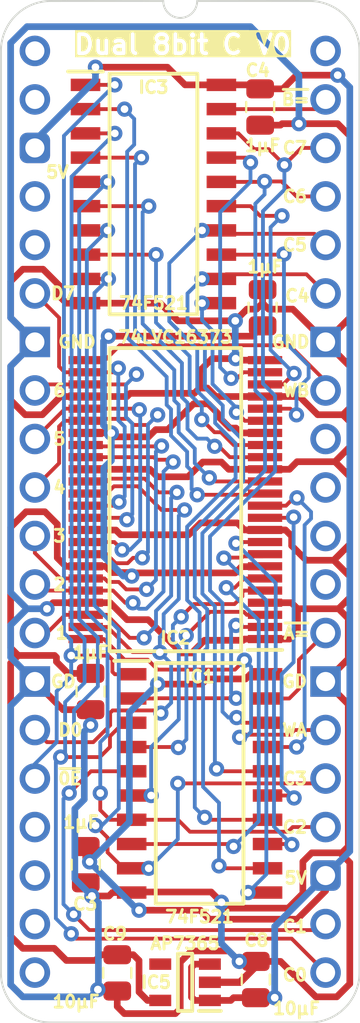
<source format=kicad_pcb>
(kicad_pcb (version 20240108) (generator "pcbnew") (generator_version "8.0")
  (layers (0 "F.Cu" signal) (31 "B.Cu" signal) (34 "B.Paste" user) (35 "F.Paste" user) (36 "B.SilkS" user "B.Silkscreen") (37 "F.SilkS" user "F.Silkscreen") (38 "B.Mask" user) (39 "F.Mask" user) (44 "Edge.Cuts" user))
  (net 0 "")
  (net 1 "GND")
  (net 2 "5V")
  (net 3 "/3.3V")
  (net 4 "C6")
  (net 5 "C0")
  (net 6 "~{OE}")
  (net 7 "C2")
  (net 8 "~{A=C}")
  (net 9 "C4")
  (net 10 "C7")
  (net 11 "C3")
  (net 13 "C5")
  (net 14 "C1")
  (net 15 "D3")
  (net 16 "D5")
  (net 17 "D7")
  (net 18 "D0")
  (net 19 "Write B")
  (net 20 "Write A")
  (net 21 "D6")
  (net 22 "/A0")
  (net 23 "/A1")
  (net 24 "/A2")
  (net 25 "/A3")
  (net 26 "/A4")
  (net 27 "/A5")
  (net 28 "/A6")
  (net 29 "/A7")
  (net 30 "D4")
  (net 31 "/B0")
  (net 32 "/B1")
  (net 33 "/B2")
  (net 34 "/B3")
  (net 35 "/B4")
  (net 36 "/B5")
  (net 37 "/B6")
  (net 38 "/B7")
  (net 39 "D1")
  (net 40 "D2")
  (net 41 "~{B=C}")
  (footprint "SamacSys_Parts:C_0805" (layer "F.Cu") (at 2.921 33.528 180)
    (property "Reference" "C2" (hide yes))
    (property "Value" "1μF")
  )
  (footprint "SamacSys_Parts:SOP64P1025X280-48N" (layer "F.Cu") (at 7.366 23.495 180)
    (property "Reference" "IC2")
    (property "Value" "74LVC16373ADL,118" (hide yes))
  )
  (footprint "SamacSys_Parts:C_0805" (layer "F.Cu") (at 11.938 13.462)
    (property "Reference" "C1" (hide yes))
    (property "Value" "1μF")
  )
  (footprint "SamacSys_Parts:C_0805" (layer "F.Cu") (at 11.811 2.921 180)
    (property "Reference" "C4")
    (property "Value" "1μF")
  )
  (footprint "SamacSys_Parts:C_0805" (layer "F.Cu") (at 11.5824 48.641)
    (property "Reference" "C8")
    (property "Value" "10µF")
  )
  (footprint "SamacSys_Parts:SOIC127P780X200-20N" (layer "F.Cu") (at 6.217 7.493)
    (property "Reference" "IC3")
    (property "Value" "SN74F521NSR" (hide yes))
  )
  (footprint "SamacSys_Parts:SOIC127P780X200-20N" (layer "F.Cu") (at 8.636 38.354)
    (property "Reference" "IC1")
    (property "Value" "SN74F521NSR" (hide yes))
  )
  (footprint "SamacSys_Parts:C_0805" (layer "F.Cu") (at 2.667 42.595 180)
    (property "Reference" "C3")
    (property "Value" "1μF")
  )
  (footprint "SamacSys_Parts:C_0805" (layer "F.Cu") (at 4.318 48.26 180)
    (property "Reference" "C9")
    (property "Value" "10µF")
  )
  (footprint "SamacSys_Parts:SOT95P285X130-5N" (layer "F.Cu") (at 7.874 48.768 180)
    (property "Reference" "IC5")
    (property "Value" "AP7365-33WG-7" (hide yes))
  )
  (footprint "SamacSys_Parts:DIP-40_Board_W15.24mm" (layer "F.Cu") (at 0 0)
    (property "Reference" "J2" (hide yes))
    (property "Value" "Conn_02x20_Counter_Clockwise" (hide yes))
    (fp_line (start -1.778 48.26) (end -1.778 0) (stroke (width 0.1)) (layer "Edge.Cuts"))
    (fp_line (start 6.731 -2.6162) (end 0.835732 -2.613732) (stroke (width 0.1)) (layer "Edge.Cuts"))
    (fp_line (start 14.404267 -2.613733) (end 8.509 -2.6162) (stroke (width 0.1)) (layer "Edge.Cuts"))
    (fp_line (start 14.404268 50.873732) (end 0.835733 50.873733) (stroke (width 0.1)) (layer "Edge.Cuts"))
    (fp_line (start 17.018 48.26) (end 17.017999 -0.000001) (stroke (width 0.1)) (layer "Edge.Cuts"))
    (fp_arc (start -1.778 0) (mid -1.012456 -1.848188) (end 0.835732 -2.613732) (stroke (width 0.1)) (layer "Edge.Cuts"))
    (fp_arc (start 0.835733 50.873733) (mid -1.012457 50.10819) (end -1.778 48.26) (stroke (width 0.1)) (layer "Edge.Cuts"))
    (fp_arc (start 8.509 -2.6162) (mid 7.62 -1.7272) (end 6.731 -2.6162) (stroke (width 0.1)) (layer "Edge.Cuts"))
    (fp_arc (start 14.404267 -2.613733) (mid 16.252453 -1.848189) (end 17.017999 -0.000001) (stroke (width 0.1)) (layer "Edge.Cuts"))
    (fp_arc (start 17.018 48.26) (mid 16.252456 50.108187) (end 14.404268 50.873732) (stroke (width 0.1)) (layer "Edge.Cuts"))
  )
  (footprint "SamacSys_Parts:PinHeader_1x20_P2.54mm_Vertical" (layer "B.Cu") (at 0 0 180)
    (property "Reference" "J1" (hide yes))
    (property "Value" "Pin_Header_01x20" (hide yes))
  )
  (footprint "SamacSys_Parts:PinHeader_1x20_P2.54mm_Vertical" (layer "B.Cu") (at 15.24 0 180)
    (property "Reference" "J3" (hide yes))
    (property "Value" "Pin_Header_01x20" (hide yes))
  )
  (gr_text "C3" (at 14.351 38.1 0) (layer "F.SilkS") (effects (font (size 0.635 0.635)) (justify right)))
  (gr_text "5V" (at 14.351 43.307 0) (layer "F.SilkS") (effects (font (size 0.635 0.635)) (justify right)))
  (gr_text "C1" (at 14.351 45.847 0) (layer "F.SilkS") (effects (font (size 0.635 0.635)) (justify right)))
  (gr_text "5" (at 0.889 20.32 0) (layer "F.SilkS") (effects (font (size 0.635 0.635)) (justify left)))
  (gr_text "GND" (at 14.478 15.24 0) (layer "F.SilkS") (effects (font (size 0.635 0.635)) (justify right)))
  (gr_text "GD" (at 0.762 33.02 0) (layer "F.SilkS") (effects (font (size 0.635 0.635)) (justify left)))
  (gr_text "~{0E}" (at 1.143 38.1 0) (layer "F.SilkS") (effects (font (size 0.635 0.635)) (justify left)))
  (gr_text "C6" (at 14.351 7.62 0) (layer "F.SilkS") (effects (font (size 0.635 0.635)) (justify right)))
  (gr_text "D0" (at 1.143 35.56 0) (layer "F.SilkS") (effects (font (size 0.635 0.635)) (justify left)))
  (gr_text "4" (at 0.889 22.86 0) (layer "F.SilkS") (effects (font (size 0.635 0.635)) (justify left)))
  (gr_text "6" (at 0.889 17.78 0) (layer "F.SilkS") (effects (font (size 0.635 0.635)) (justify left)))
  (gr_text "D7" (at 0.762 12.7 0) (layer "F.SilkS") (effects (font (size 0.635 0.635)) (justify left)))
  (gr_text "C7" (at 14.351 5.08 0) (layer "F.SilkS") (effects (font (size 0.635 0.635)) (justify right)))
  (gr_text "1" (at 1.016 30.48 0) (layer "F.SilkS") (effects (font (size 0.635 0.635)) (justify left)))
  (gr_text "C5" (at 14.351 10.16 0) (layer "F.SilkS") (effects (font (size 0.635 0.635)) (justify right)))
  (gr_text "~{B=}" (at 14.478 2.54 0) (layer "F.SilkS") (effects (font (size 0.635 0.635)) (justify right)))
  (gr_text "C0" (at 14.351 48.387 0) (layer "F.SilkS") (effects (font (size 0.635 0.635)) (justify right)))
  (gr_text "~{A=}" (at 14.478 30.48 0) (layer "F.SilkS") (effects (font (size 0.635 0.635)) (justify right)))
  (gr_text "WA" (at 14.351 35.56 0) (layer "F.SilkS") (effects (font (size 0.635 0.635)) (justify right)))
  (gr_text "3" (at 0.889 25.4 0) (layer "F.SilkS") (effects (font (size 0.635 0.635)) (justify left)))
  (gr_text "C4" (at 14.478 12.827 0) (layer "F.SilkS") (effects (font (size 0.635 0.635)) (justify right)))
  (gr_text "WB" (at 14.478 17.78 0) (layer "F.SilkS") (effects (font (size 0.635 0.635)) (justify right)))
  (gr_text "Dual 8bit C V0" (at 7.747 0.254 0) (layer "F.SilkS" knockout) (effects (font (size 1 1) (thickness 0.2) (bold yes)) (justify bottom)))
  (gr_text "C2" (at 14.351 40.64 0) (layer "F.SilkS") (effects (font (size 0.635 0.635)) (justify right)))
  (gr_text "GD" (at 14.351 33.02 0) (layer "F.SilkS") (effects (font (size 0.635 0.635)) (justify right)))
  (gr_text "2" (at 0.889 27.94 0) (layer "F.SilkS") (effects (font (size 0.635 0.635)) (justify left)))
  (gr_text "GND" (at 1.143 15.24 0) (layer "F.SilkS") (effects (font (size 0.635 0.635)) (justify left)))
  (gr_text "5V" (at 0.508 6.35 0) (layer "F.SilkS") (effects (font (size 0.635 0.635)) (justify left)))
  (segment (start 16.43 34.21) (end 16.43 41.656) (width 0.35) (layer "F.Cu") (net 1))
  (segment (start 16.51 4.445) (end 15.874998 3.809998) (width 0.35) (layer "F.Cu") (net 1))
  (segment (start 14.05 44.116) (end 13.28 44.886) (width 0.35) (layer "F.Cu") (net 1))
  (segment (start 16.51 13.97) (end 16.51 4.445) (width 0.35) (layer "F.Cu") (net 1))
  (segment (start 16.51 18.687332) (end 16.51 16.51) (width 0.35) (layer "F.Cu") (net 1))
  (segment (start 4.8345 29.7815) (end 3.946 28.893) (width 0.35) (layer "F.Cu") (net 1))
  (segment (start 16.51 25.828) (end 16.51 22.287085) (width 0.35) (layer "F.Cu") (net 1))
  (segment (start 16.51 28.622) (end 16.51 27.512) (width 0.35) (layer "F.Cu") (net 1))
  (segment (start 16.096 41.99) (end 16.43 41.656) (width 0.35) (layer "F.Cu") (net 1))
  (segment (start 16.51 22.287085) (end 15.732915 21.51) (width 0.35) (layer "F.Cu") (net 1))
  (segment (start 14.05 42.452771) (end 14.05 44.116) (width 0.35) (layer "F.Cu") (net 1))
  (segment (start 13.769 29.21) (end 15.922 29.21) (width 0.35) (layer "F.Cu") (net 1))
  (segment (start 4.688 50.408) (end 7.366 50.408) (width 0.35) (layer "F.Cu") (net 1))
  (segment (start 10.088004 44.886) (end 9.779 44.576996) (width 0.35) (layer "F.Cu") (net 1))
  (segment (start 1.27 12.827) (end 1.27 12.272) (width 0.35) (layer "F.Cu") (net 1))
  (segment (start 12.066 25.083) (end 11.213229 25.083) (width 0.35) (layer "F.Cu") (net 1))
  (segment (start 12.066 18.097) (end 9.488032 18.097) (width 0.35) (layer "F.Cu") (net 1))
  (segment (start 5.074 44.069) (end 4.064 44.069) (width 0.35) (layer "F.Cu") (net 1))
  (segment (start 6.424888 22.299888) (end 8.029385 22.299888) (width 0.35) (layer "F.Cu") (net 1))
  (segment (start -1.27 16.51) (end -1.27 18.288) (width 0.35) (layer "F.Cu") (net 1))
  (segment (start 8.89 30.861) (end 8.227 31.524) (width 0.35) (layer "F.Cu") (net 1))
  (segment (start 10.668 30.861) (end 8.89 30.861) (width 0.35) (layer "F.Cu") (net 1))
  (segment (start 10.986009 30.797) (end 10.922 30.861009) (width 0.35) (layer "F.Cu") (net 1))
  (segment (start 16.43 31.83) (end 15.24 33.02) (width 0.35) (layer "F.Cu") (net 1))
  (segment (start 13.874085 18.097) (end 14.827085 19.05) (width 0.35) (layer "F.Cu") (net 1))
  (segment (start 10.986 25.083) (end 12.066 25.083) (width 0.35) (layer "F.Cu") (net 1))
  (segment (start 8.065761 25.335239) (end 8.688089 24.712911) (width 0.35) (layer "F.Cu") (net 1))
  (segment (start 10.171004 47.128) (end 10.718001 47.674997) (width 0.35) (layer "F.Cu") (net 1))
  (segment (start 1.474 34.494) (end 2.921 34.494) (width 0.35) (layer "F.Cu") (net 1))
  (segment (start -1.27 12.065) (end -0.635 11.43) (width 0.35) (layer "F.Cu") (net 1))
  (segment (start 14.732 49.53) (end 12.877 47.675) (width 0.35) (layer "F.Cu") (net 1))
  (segment (start -0.635 11.43) (end 0.428 11.43) (width 0.35) (layer "F.Cu") (net 1))
  (segment (start 4.248255 25.088032) (end 4.495462 25.335239) (width 0.35) (layer "F.Cu") (net 1))
  (segment (start 16.51 27.512) (end 15.668 26.67) (width 0.35) (layer "F.Cu") (net 1))
  (segment (start 11.11697 13.521) (end 10.505468 14.132502) (width 0.35) (layer "F.Cu") (net 1))
  (segment (start 7.62 50.154) (end 7.62 47.717) (width 0.35) (layer "F.Cu") (net 1))
  (segment (start 10.615911 24.712911) (end 10.986 25.083) (width 0.35) (layer "F.Cu") (net 1))
  (segment (start 9.174 48.768) (end 10.752376 48.768) (width 0.38) (layer "F.Cu") (net 1))
  (segment (start 13.769 30.374) (end 13.346 30.797) (width 0.35) (layer "F.Cu") (net 1))
  (segment (start 0.391701 19.05) (end 1.344701 18.097) (width 0.35) (layer "F.Cu") (net 1))
  (segment (start 15.827457 49.53) (end 14.732 49.53) (width 0.35) (layer "F.Cu") (net 1))
  (segment (start 11.213229 25.083) (end 11.184229 25.112) (width 0.35) (layer "F.Cu") (net 1))
  (segment (start 11.938 13.208) (end 12.251 13.521) (width 0.35) (layer "F.Cu") (net 1))
  (segment (start 7.493 14.132502) (end 10.505468 14.132502) (width 0.35) (layer "F.Cu") (net 1))
  (segment (start 0 33.02) (end 1.474 34.494) (width 0.35) (layer "F.Cu") (net 1))
  (segment (start 14.224 26.67) (end 15.668 26.67) (width 0.35) (layer "F.Cu") (net 1))
  (segment (start 11.811 3.887) (end 12.876998 3.887) (width 0.35) (layer "F.Cu") (net 1))
  (segment (start 3.946 28.893) (end 2.666 28.893) (width 0.35) (layer "F.Cu") (net 1))
  (segment (start 12.877 47.675) (end 11.5824 47.675) (width 0.35) (layer "F.Cu") (net 1))
  (segment (start 13.452 28.893) (end 13.769 29.21) (width 0.35) (layer "F.Cu") (net 1))
  (segment (start 10.526165 16.112053) (end 9.287947 16.112053) (width 0.35) (layer "F.Cu") (net 1))
  (segment (start 8.688089 24.712911) (end 10.615911 24.712911) (width 0.35) (layer "F.Cu") (net 1))
  (segment (start 8.209 47.128) (end 10.171004 47.128) (width 0.35) (layer "F.Cu") (net 1))
  (segment (start 16.002 41.99) (end 16.51 42.498) (width 0.35) (layer "F.Cu") (net 1))
  (segment (start 16.51 16.51) (end 15.24 15.24) (width 0.35) (layer "F.Cu") (net 1))
  (segment (start 11.625 13.521) (end 11.11697 13.521) (width 0.35) (layer "F.Cu") (net 1))
  (segment (start 1.651 13.208) (end 1.27 12.827) (width 0.35) (layer "F.Cu") (net 1))
  (segment (start 16.002 41.99) (end 16.096 41.99) (width 0.35) (layer "F.Cu") (net 1))
  (segment (start 12.954 3.809998) (end 13.843002 3.809998) (width 0.35) (layer "F.Cu") (net 1))
  (segment (start 11.938 12.69997) (end 11.938 13.208) (width 0.35) (layer "F.Cu") (net 1))
  (segment (start 7.680638 31.524) (end 5.938138 29.7815) (width 0.35) (layer "F.Cu") (net 1))
  (segment (start 12.066 16.193) (end 10.607112 16.193) (width 0.35) (layer "F.Cu") (net 1))
  (segment (start 12.066 28.893) (end 13.452 28.893) (width 0.35) (layer "F.Cu") (net 1))
  (segment (start 16.43 29.718) (end 16.43 31.83) (width 0.35) (layer "F.Cu") (net 1))
  (segment (start 2.666 21.907) (end 6.032 21.907) (width 0.35) (layer "F.Cu") (net 1))
  (segment (start 13.743 21.51) (end 15.732915 21.51) (width 0.35) (layer "F.Cu") (net 1))
  (segment (start 10.752376 48.768) (end 11.5824 47.937976) (width 0.38) (layer "F.Cu") (net 1))
  (segment (start 16.002 41.99) (end 14.512771 41.99) (width 0.35) (layer "F.Cu") (net 1))
  (segment (start 4.318 49.226) (end 4.318 50.038) (width 0.35) (layer "F.Cu") (net 1))
  (segment (start 5.102002 44.040998) (end 9.243002 44.040998) (width 0.35) (layer "F.Cu") (net 1))
  (segment (start 6.032 21.907) (end 6.424888 22.299888) (width 0.35) (layer "F.Cu") (net 1))
  (segment (start 15.24 15.24) (end 16.51 13.97) (width 0.35) (layer "F.Cu") (net 1))
  (segment (start 8.227 31.524) (end 7.680638 31.524) (width 0.35) (layer "F.Cu") (net 1))
  (segment (start 9.243002 44.040998) (end 9.779 44.576996) (width 0.35) (layer "F.Cu") (net 1))
  (segment (start 15.922 29.21) (end 16.43 29.718) (width 0.35) (layer "F.Cu") (net 1))
  (segment (start 3.88299 44.25001) (end 2.987225 44.25001) (width 0.35) (layer "F.Cu") (net 1))
  (segment (start 1.344701 18.097) (end 2.666 18.097) (width 0.35) (layer "F.Cu") (net 1))
  (segment (start 10.16 21.907) (end 12.066 21.907) (width 0.35) (layer "F.Cu") (net 1))
  (segment (start 14.512771 41.99) (end 14.05 42.452771) (width 0.35) (layer "F.Cu") (net 1))
  (segment (start 16.51 48.847457) (end 15.827457 49.53) (width 0.35) (layer "F.Cu") (net 1))
  (segment (start 7.366 50.408) (end 7.62 50.154) (width 0.35) (layer "F.Cu") (net 1))
  (segment (start 6.568498 13.208) (end 7.493 14.132502) (width 0.35) (layer "F.Cu") (net 1))
  (segment (start 15.922 29.21) (end 16.002 29.13) (width 0.35) (layer "F.Cu") (net 1))
  (segment (start 13.462 25.908) (end 14.224 26.67) (width 0.35) (layer "F.Cu") (net 1))
  (segment (start 11.938 13.208) (end 11.625 13.521) (width 0.35) (layer "F.Cu") (net 1))
  (segment (start 13.521 13.521) (end 15.24 15.24) (width 0.35) (layer "F.Cu") (net 1))
  (segment (start 14.827085 19.05) (end 16.147332 19.05) (width 0.35) (layer "F.Cu") (net 1))
  (segment (start 0 15.24) (end -1.27 13.97) (width 0.35) (layer "F.Cu") (net 1))
  (segment (start 15.732915 21.51) (end 16.51 20.732915) (width 0.35) (layer "F.Cu") (net 1))
  (segment (start 5.938138 29.7815) (end 4.8345 29.7815) (width 0.35) (layer "F.Cu") (net 1))
  (segment (start 12.876998 3.887) (end 12.954 3.809998) (width 0.35) (layer "F.Cu") (net 1))
  (segment (start 12.066 25.083) (end 13.137442 25.083) (width 0.35) (layer "F.Cu") (net 1))
  (segment (start 16.147332 19.05) (end 16.51 18.687332) (width 0.35) (layer "F.Cu") (net 1))
  (segment (start 2.921 34.494) (end 2.921 35.306) (width 0.35) (layer "F.Cu") (net 1))
  (segment (start 7.62 47.717) (end 8.209 47.128) (width 0.35) (layer "F.Cu") (net 1))
  (segment (start 0.952 28.893) (end 0.635 29.21) (width 0.35) (layer "F.Cu") (net 1))
  (segment (start 10.718004 47.675) (end 10.718001 47.674997) (width 0.35) (layer "F.Cu") (net 1))
  (segment (start 13.28 44.886) (end 10.088004 44.886) (width 0.35) (layer "F.Cu") (net 1))
  (segment (start 0 15.24) (end -1.27 16.51) (width 0.35) (layer "F.Cu") (net 1))
  (segment (start 2.667 43.561) (end 2.667 43.929785) (width 0.35) (layer "F.Cu") (net 1))
  (segment (start 4.495462 25.335239) (end 8.065761 25.335239) (width 0.35) (layer "F.Cu") (net 1))
  (segment (start 10.922 30.861009) (end 10.668 30.861009) (width 0.35) (layer "F.Cu") (net 1))
  (segment (start 4.829768 18.097) (end 2.666 18.097) (width 0.35) (layer "F.Cu") (net 1))
  (segment (start 13.462 25.407558) (end 13.462 25.908) (width 0.35) (layer "F.Cu") (net 1))
  (segment (start 8.636 16.764) (end 8.636 17.653) (width 0.35) (layer "F.Cu") (net 1))
  (segment (start 8.802273 21.527) (end 9.78 21.527) (width 0.35) (layer "F.Cu") (net 1))
  (segment (start 9.488032 18.097) (end 9.044032 17.653) (width 0.35) (layer "F.Cu") (net 1))
  (segment (start 13.137442 25.083) (end 13.462 25.407558) (width 0.35) (layer "F.Cu") (net 1))
  (segment (start 16.002 29.13) (end 16.51 28.622) (width 0.35) (layer "F.Cu") (net 1))
  (segment (start 2.671032 25.088032) (end 4.248255 25.088032) (width 0.35) (layer "F.Cu") (net 1))
  (segment (start 2.655 13.208) (end 1.651 13.208) (width 0.35) (layer "F.Cu") (net 1))
  (segment (start 12.066 21.907) (end 13.346 21.907) (width 0.35) (layer "F.Cu") (net 1))
  (segment (start 10.607112 16.193) (end 10.526165 16.112053) (width 0.35) (layer "F.Cu") (net 1))
  (segment (start 9.287947 16.112053) (end 8.636 16.764) (width 0.35) (layer "F.Cu") (net 1))
  (segment (start 12.066 18.097) (end 13.874085 18.097) (width 0.35) (layer "F.Cu") (net 1))
  (segment (start 16.51 20.732915) (end 16.51 19.412668) (width 0.35) (layer "F.Cu") (net 1))
  (segment (start 9.78 21.527) (end 10.16 21.907) (width 0.35) (layer "F.Cu") (net 1))
  (segment (start 2.666 28.893) (end 0.952 28.893) (width 0.35) (layer "F.Cu") (net 1))
  (segment (start 11.5824 47.675) (end 10.718004 47.675) (width 0.35) (layer "F.Cu") (net 1))
  (segment (start 8.36 17.929) (end 4.997768 17.929) (width 0.35) (layer "F.Cu") (net 1))
  (segment (start 12.251 13.521) (end 13.521 13.521) (width 0.35) (layer "F.Cu") (net 1))
  (segment (start 0.428 11.43) (end 1.27 12.272) (width 0.35) (layer "F.Cu") (net 1))
  (segment (start 13.769 29.21) (end 13.769 30.374) (width 0.35) (layer "F.Cu") (net 1))
  (segment (start 4.318 50.038) (end 4.688 50.408) (width 0.35) (layer "F.Cu") (net 1))
  (segment (start 13.346 30.797) (end 12.066 30.797) (width 0.35) (layer "F.Cu") (net 1))
  (segment (start 15.24 33.02) (end 16.43 34.21) (width 0.35) (layer "F.Cu") (net 1))
  (segment (start 4.241 49.149) (end 3.302 49.149) (width 0.35) (layer "F.Cu") (net 1))
  (segment (start -1.27 18.288) (end -0.508 19.05) (width 0.35) (layer "F.Cu") (net 1))
  (segment (start 12.066 30.797) (end 10.986009 30.797) (width 0.35) (layer "F.Cu") (net 1))
  (segment (start 2.667 43.929785) (end 2.987225 44.25001) (width 0.35) (layer "F.Cu") (net 1))
  (segment (start 16.51 19.412668) (end 16.147332 19.05) (width 0.35) (layer "F.Cu") (net 1))
  (segment (start 4.997768 17.929) (end 4.829768 18.097) (width 0.35) (layer "F.Cu") (net 1))
  (segment (start -0.508 19.05) (end 0.391701 19.05) (width 0.35) (layer "F.Cu") (net 1))
  (segment (start 2.655 13.208) (end 6.568498 13.208) (width 0.35) (layer "F.Cu") (net 1))
  (segment (start 9.044032 17.653) (end 8.636 17.653) (width 0.35) (layer "F.Cu") (net 1))
  (segment (start 4.064 44.069) (end 3.88299 44.25001) (width 0.35) (layer "F.Cu") (net 1))
  (segment (start -1.27 13.97) (end -1.27 12.065) (width 0.35) (layer "F.Cu") (net 1))
  (segment (start 8.029385 22.299888) (end 8.802273 21.527) (width 0.35) (layer "F.Cu") (net 1))
  (segment (start 8.636 17.653) (end 8.36 17.929) (width 0.35) (layer "F.Cu") (net 1))
  (segment (start 13.346 21.907) (end 13.743 21.51) (width 0.35) (layer "F.Cu") (net 1))
  (segment (start 16.51 42.498) (end 16.51 48.847457) (width 0.35) (layer "F.Cu") (net 1))
  (segment (start 15.874998 3.809998) (end 13.843002 3.809998) (width 0.35) (layer "F.Cu") (net 1))
  (segment (start 15.668 26.67) (end 16.51 25.828) (width 0.35) (layer "F.Cu") (net 1))
  (via (at 0.635 29.21) (size 0.8) (drill 0.4) (layers "F.Cu" "B.Cu") (net 1))
  (via (at 10.526165 16.112053) (size 0.8) (drill 0.4) (layers "F.Cu" "B.Cu") (net 1))
  (via (at 10.718001 47.674997) (size 0.8) (drill 0.4) (layers "F.Cu" "B.Cu") (net 1))
  (via (at 2.921 35.306) (size 0.8) (drill 0.4) (layers "F.Cu" "B.Cu") (net 1))
  (via (at 10.505468 14.132502) (size 0.8) (drill 0.4) (layers "F.Cu" "B.Cu") (net 1))
  (via (at 2.987225 44.25001) (size 0.8) (drill 0.4) (layers "F.Cu" "B.Cu") (net 1))
  (via (at 3.302 49.149) (size 0.8) (drill 0.4) (layers "F.Cu" "B.Cu") (net 1))
  (via (at 9.779 44.576996) (size 0.8) (drill 0.4) (layers "F.Cu" "B.Cu") (net 1))
  (via (at 13.843002 3.809998) (size 0.8) (drill 0.4) (layers "F.Cu" "B.Cu") (net 1))
  (segment (start 0 33.02) (end -1.27 34.29) (width 0.35) (layer "B.Cu") (net 1))
  (segment (start 2.987225 44.25001) (end 3.33 44.592785) (width 0.35) (layer "B.Cu") (net 1))
  (segment (start -1.27 28.352915) (end -0.412915 29.21) (width 0.35) (layer "B.Cu") (net 1))
  (segment (start -1.27 16.51) (end -1.27 28.352915) (width 0.35) (layer "B.Cu") (net 1))
  (segment (start 11.303 -1.27) (end 13.843002 1.270002) (width 0.35) (layer "B.Cu") (net 1))
  (segment (start 2.096 39.683229) (end 2.59 39.189229) (width 0.35) (layer "B.Cu") (net 1))
  (segment (start 10.505468 16.091356) (end 10.526165 16.112053) (width 0.35) (layer "B.Cu") (net 1))
  (segment (start -1.27 -0.412915) (end -0.412915 -1.27) (width 0.35) (layer "B.Cu") (net 1))
  (segment (start 2.987225 44.25001) (end 2.096 43.358785) (width 0.35) (layer "B.Cu") (net 1))
  (segment (start 9.779 46.735996) (end 9.779 44.576996) (width 0.35) (layer "B.Cu") (net 1))
  (segment (start 0 15.24) (end -1.27 16.51) (width 0.35) (layer "B.Cu") (net 1))
  (segment (start 2.59 35.637) (end 2.921 35.306) (width 0.35) (layer "B.Cu") (net 1))
  (segment (start 3.33 44.592785) (end 3.33 49.121) (width 0.35) (layer "B.Cu") (net 1))
  (segment (start 13.843002 1.270002) (end 13.843002 3.809998) (width 0.35) (layer "B.Cu") (net 1))
  (segment (start 0 15.24) (end -1.27 13.97) (width 0.35) (layer "B.Cu") (net 1))
  (segment (start -0.412915 -1.27) (end 11.303 -1.27) (width 0.35) (layer "B.Cu") (net 1))
  (segment (start -0.412915 29.21) (end -1.27 30.067085) (width 0.35) (layer "B.Cu") (net 1))
  (segment (start -1.27 30.067085) (end -1.27 31.75) (width 0.35) (layer "B.Cu") (net 1))
  (segment (start -0.635 49.53) (end 2.921 49.53) (width 0.35) (layer "B.Cu") (net 1))
  (segment (start 2.096 43.358785) (end 2.096 39.683229) (width 0.35) (layer "B.Cu") (net 1))
  (segment (start -1.27 34.29) (end -1.27 48.895) (width 0.35) (layer "B.Cu") (net 1))
  (segment (start 2.921 49.53) (end 3.302 49.149) (width 0.35) (layer "B.Cu") (net 1))
  (segment (start 2.59 39.189229) (end 2.59 35.637) (width 0.35) (layer "B.Cu") (net 1))
  (segment (start -1.27 48.895) (end -0.635 49.53) (width 0.35) (layer "B.Cu") (net 1))
  (segment (start 10.718001 47.674997) (end 9.779 46.735996) (width 0.35) (layer "B.Cu") (net 1))
  (segment (start 0.635 29.21) (end -0.412915 29.21) (width 0.35) (layer "B.Cu") (net 1))
  (segment (start 3.33 49.121) (end 3.302 49.149) (width 0.35) (layer "B.Cu") (net 1))
  (segment (start -1.27 13.97) (end -1.27 -0.412915) (width 0.35) (layer "B.Cu") (net 1))
  (segment (start 10.505468 14.132502) (end 10.505468 16.091356) (width 0.35) (layer "B.Cu") (net 1))
  (segment (start -1.27 31.75) (end 0 33.02) (width 0.35) (layer "B.Cu") (net 1))
  (segment (start 8.382 49.718) (end 9.174 49.718) (width 0.35) (layer "F.Cu") (net 2))
  (segment (start 15.24 43.18) (end 15.24 43.979999) (width 0.35) (layer "F.Cu") (net 2))
  (segment (start 8.747255 33.154987) (end 9.017 32.885242) (width 0.35) (layer "F.Cu") (net 2))
  (segment (start 11.295242 32.639) (end 11.049 32.885242) (width 0.35) (layer "F.Cu") (net 2))
  (segment (start 13.753999 45.466) (end 9.144 45.466) (width 0.35) (layer "F.Cu") (net 2))
  (segment (start 15.24 43.979999) (end 13.753999 45.466) (width 0.35) (layer "F.Cu") (net 2))
  (segment (start 11.5824 49.575) (end 12.573 49.575) (width 0.35) (layer "F.Cu") (net 2))
  (segment (start 7.874 1.778) (end 9.779 1.778) (width 0.35) (layer "F.Cu") (net 2))
  (segment (start 8.672002 44.994002) (end 9.144 45.466) (width 0.35) (layer "F.Cu") (net 2))
  (segment (start 3.175 0.853498) (end 6.949498 0.853498) (width 0.35) (layer "F.Cu") (net 2))
  (segment (start 12.999 1.987) (end 13.716 1.27) (width 0.35) (layer "F.Cu") (net 2))
  (segment (start 8.209 47.983244) (end 8.209 49.545) (width 0.35) (layer "F.Cu") (net 2))
  (segment (start 11.5824 49.575) (end 10.414 49.575) (width 0.35) (layer "F.Cu") (net 2))
  (segment (start 9.174 49.718) (end 10.271 49.718) (width 0.35) (layer "F.Cu") (net 2))
  (segment (start 6.436015 33.154987) (end 8.747255 33.154987) (width 0.35) (layer "F.Cu") (net 2))
  (segment (start 11.43 1.778) (end 9.779 1.778) (width 0.35) (layer "F.Cu") (net 2))
  (segment (start 11.049 32.885242) (end 9.017 32.885242) (width 0.35) (layer "F.Cu") (net 2))
  (segment (start 10.271 49.718) (end 10.414 49.575) (width 0.35) (layer "F.Cu") (net 2))
  (segment (start 13.716 1.27) (end 15.874984 1.27) (width 0.35) (layer "F.Cu") (net 2))
  (segment (start 8.374244 47.818) (end 8.209 47.983244) (width 0.35) (layer "F.Cu") (net 2))
  (segment (start 2.667 41.661) (end 2.667 42.257) (width 0.35) (layer "F.Cu") (net 2))
  (segment (start 12.198 32.639) (end 11.295242 32.639) (width 0.35) (layer "F.Cu") (net 2))
  (segment (start 2.667 42.257) (end 2.871 42.461) (width 0.35) (layer "F.Cu") (net 2))
  (segment (start 5.461008 44.994002) (end 8.672002 44.994002) (width 0.35) (layer "F.Cu") (net 2))
  (segment (start 9.174 47.818) (end 8.374244 47.818) (width 0.35) (layer "F.Cu") (net 2))
  (segment (start 6.949498 0.853498) (end 7.874 1.778) (width 0.35) (layer "F.Cu") (net 2))
  (segment (start 8.209 49.545) (end 8.382 49.718) (width 0.35) (layer "F.Cu") (net 2))
  (segment (start 11.811 1.987) (end 12.999 1.987) (width 0.35) (layer "F.Cu") (net 2))
  (via (at 6.436015 33.154987) (size 0.8) (drill 0.4) (layers "F.Cu" "B.Cu") (net 2))
  (via (at 12.573 49.575) (size 0.8) (drill 0.4) (layers "F.Cu" "B.Cu") (net 2))
  (via (at 3.175 0.853498) (size 0.8) (drill 0.4) (layers "F.Cu" "B.Cu") (net 2))
  (via (at 2.871 42.461) (size 0.8) (drill 0.4) (layers "F.Cu" "B.Cu") (net 2))
  (via (at 15.874984 1.27) (size 0.8) (drill 0.4) (layers "F.Cu" "B.Cu") (net 2))
  (via (at 5.461008 44.994002) (size 0.8) (drill 0.4) (layers "F.Cu" "B.Cu") (net 2))
  (segment (start 5.404002 44.994002) (end 5.461008 44.994002) (width 0.35) (layer "B.Cu") (net 2))
  (segment (start 0 4.699) (end 3.175 1.524) (width 0.35) (layer "B.Cu") (net 2))
  (segment (start 2.871 42.461) (end 4.953 40.379) (width 0.35) (layer "B.Cu") (net 2))
  (segment (start 16.51 41.91) (end 16.51 1.905016) (width 0.35) (layer "B.Cu") (net 2))
  (segment (start 16.51 1.905016) (end 15.874984 1.27) (width 0.35) (layer "B.Cu") (net 2))
  (segment (start 3.175 1.524) (end 3.175 0.853498) (width 0.35) (layer "B.Cu") (net 2))
  (segment (start 15.24 43.18) (end 12.573 45.847) (width 0.35) (layer "B.Cu") (net 2))
  (segment (start 4.953 40.379) (end 4.953 34.638002) (width 0.35) (layer "B.Cu") (net 2))
  (segment (start 15.24 43.18) (end 16.51 41.91) (width 0.35) (layer "B.Cu") (net 2))
  (segment (start 2.871 42.461) (end 5.404002 44.994002) (width 0.35) (layer "B.Cu") (net 2))
  (segment (start 12.573 45.847) (end 12.573 49.575) (width 0.35) (layer "B.Cu") (net 2))
  (segment (start 4.953 34.638002) (end 6.436015 33.154987) (width 0.35) (layer "B.Cu") (net 2))
  (segment (start 6.33431 19.831007) (end 5.95711 20.208207) (width 0.35) (layer "F.Cu") (net 3))
  (segment (start 1.13 31.983101) (end 1.740899 32.594) (width 0.35) (layer "F.Cu") (net 3))
  (segment (start 1.13 31.75) (end 1.13 31.983101) (width 0.35) (layer "F.Cu") (net 3))
  (segment (start 1.035 31.655) (end 1.13 31.75) (width 0.35) (layer "F.Cu") (net 3))
  (segment (start 3.175 47.625) (end 1.651 47.625) (width 0.35) (layer "F.Cu") (net 3))
  (segment (start 12.066 20.003) (end 10.795 20.003) (width 0.35) (layer "F.Cu") (net 3))
  (segment (start -1.27 46.355) (end -1.27 32.054) (width 0.35) (layer "F.Cu") (net 3))
  (segment (start 4.209018 20.208207) (end 4.008483 20.007672) (width 0.35) (layer "F.Cu") (net 3))
  (segment (start 4.898239 27.315239) (end 5.08 27.497) (width 0.35) (layer "F.Cu") (net 3))
  (segment (start 5.244 27.333) (end 5.08 27.497) (width 0.35) (layer "F.Cu") (net 3))
  (segment (start -1.27 31.256) (end -0.871 31.655) (width 0.35) (layer "F.Cu") (net 3))
  (segment (start 1.175 24.781042) (end 0.523958 24.13) (width 0.35) (layer "F.Cu") (net 3))
  (segment (start 10.834177 27.006) (end 10.507177 27.333) (width 0.35) (layer "F.Cu") (net 3))
  (segment (start 2.666 26.987) (end 1.619 26.987) (width 0.35) (layer "F.Cu") (net 3))
  (segment (start 11.938 14.396) (end 11.396822 14.937178) (width 0.35) (layer "F.Cu") (net 3))
  (segment (start 8.318 18.479) (end 6.965993 19.831007) (width 0.35) (layer "F.Cu") (net 3))
  (segment (start 0.523958 24.13) (end -0.460457 24.13) (width 0.35) (layer "F.Cu") (net 3))
  (segment (start 10.2235 19.7485) (end 9.575487 19.100487) (width 0.35) (layer "F.Cu") (net 3))
  (segment (start 4.065352 27.299508) (end 4.081083 27.315239) (width 0.35) (layer "F.Cu") (net 3))
  (segment (start -0.871 31.655) (end 1.035 31.655) (width 0.35) (layer "F.Cu") (net 3))
  (segment (start 5.903 49.718) (end 5.461 49.276) (width 0.35) (layer "F.Cu") (net 3))
  (segment (start -0.460457 24.13) (end -1.27 24.939543) (width 0.35) (layer "F.Cu") (net 3))
  (segment (start 4.019544 27.299508) (end 4.065352 27.299508) (width 0.35) (layer "F.Cu") (net 3))
  (segment (start 6.574 49.718) (end 5.903 49.718) (width 0.35) (layer "F.Cu") (net 3))
  (segment (start 11.396822 14.937178) (end 3.857836 14.937178) (width 0.35) (layer "F.Cu") (net 3))
  (segment (start -1.27 24.939543) (end -1.27 31.256) (width 0.35) (layer "F.Cu") (net 3))
  (segment (start 1.740899 32.594) (end 2.921 32.594) (width 0.35) (layer "F.Cu") (net 3))
  (segment (start 9.092214 18.479) (end 8.318 18.479) (width 0.35) (layer "F.Cu") (net 3))
  (segment (start 9.575487 18.962273) (end 9.092214 18.479) (width 0.35) (layer "F.Cu") (net 3))
  (segment (start 4.003811 20.003) (end 4.008483 20.007672) (width 0.35) (layer "F.Cu") (net 3))
  (segment (start 5.95711 20.208207) (end 4.209018 20.208207) (width 0.35) (layer "F.Cu") (net 3))
  (segment (start 3.707036 26.987) (end 4.019544 27.299508) (width 0.35) (layer "F.Cu") (net 3))
  (segment (start 9.575487 19.100487) (end 9.575487 18.962273) (width 0.35) (layer "F.Cu") (net 3))
  (segment (start 6.965993 19.831007) (end 6.33431 19.831007) (width 0.35) (layer "F.Cu") (net 3))
  (segment (start 5.162 47.326) (end 4.318 47.326) (width 0.35) (layer "F.Cu") (net 3))
  (segment (start 3.474 47.326) (end 3.175 47.625) (width 0.35) (layer "F.Cu") (net 3))
  (segment (start -1.27 32.054) (end -0.871 31.655) (width 0.35) (layer "F.Cu") (net 3))
  (segment (start 10.507177 27.333) (end 5.244 27.333) (width 0.35) (layer "F.Cu") (net 3))
  (segment (start 1.016 46.99) (end -0.635 46.99) (width 0.35) (layer "F.Cu") (net 3))
  (segment (start 2.666 20.003) (end 4.003811 20.003) (width 0.35) (layer "F.Cu") (net 3))
  (segment (start 10.5405 19.7485) (end 10.795 20.003) (width 0.35) (layer "F.Cu") (net 3))
  (segment (start 12.047 27.006) (end 10.834177 27.006) (width 0.35) (layer "F.Cu") (net 3))
  (segment (start 5.461 49.276) (end 5.461 47.625) (width 0.35) (layer "F.Cu") (net 3))
  (segment (start 1.175 26.543) (end 1.175 24.781042) (width 0.35) (layer "F.Cu") (net 3))
  (segment (start 10.2235 19.7485) (end 10.5405 19.7485) (width 0.35) (layer "F.Cu") (net 3))
  (segment (start 2.666 26.987) (end 3.707036 26.987) (width 0.35) (layer "F.Cu") (net 3))
  (segment (start 1.651 47.625) (end 1.016 46.99) (width 0.35) (layer "F.Cu") (net 3))
  (segment (start -0.635 46.99) (end -1.27 46.355) (width 0.35) (layer "F.Cu") (net 3))
  (segment (start 5.461 47.625) (end 5.162 47.326) (width 0.35) (layer "F.Cu") (net 3))
  (segment (start 4.081083 27.315239) (end 4.898239 27.315239) (width 0.35) (layer "F.Cu") (net 3))
  (segment (start 4.318 47.326) (end 3.474 47.326) (width 0.35) (layer "F.Cu") (net 3))
  (segment (start 1.619 26.987) (end 1.175 26.543) (width 0.35) (layer "F.Cu") (net 3))
  (via (at 5.08 27.497) (size 0.8) (drill 0.4) (layers "F.Cu" "B.Cu") (net 3))
  (via (at 4.008483 20.007672) (size 0.8) (drill 0.4) (layers "F.Cu" "B.Cu") (net 3))
  (via (at 3.857836 14.937178) (size 0.8) (drill 0.4) (layers "F.Cu" "B.Cu") (net 3))
  (segment (start 4.008483 20.007672) (end 3.599 19.598189) (width 0.35) (layer "B.Cu") (net 3))
  (segment (start 3.599 15.196014) (end 3.857836 14.937178) (width 0.35) (layer "B.Cu") (net 3))
  (segment (start 3.614 26.474) (end 4.637 27.497) (width 0.35) (layer "B.Cu") (net 3))
  (segment (start 4.637 27.497) (end 5.08 27.497) (width 0.35) (layer "B.Cu") (net 3))
  (segment (start 3.599 19.598189) (end 3.599 15.196014) (width 0.35) (layer "B.Cu") (net 3))
  (segment (start 4.008483 20.007672) (end 4.008483 21.449517) (width 0.35) (layer "B.Cu") (net 3))
  (segment (start 3.614 21.844) (end 3.614 26.474) (width 0.35) (layer "B.Cu") (net 3))
  (segment (start 4.008483 21.449517) (end 3.614 21.844) (width 0.35) (layer "B.Cu") (net 3))
  (segment (start 12.930978 6.834978) (end 12.041964 6.834978) (width 0.2) (layer "F.Cu") (net 4))
  (segment (start 9.779 6.858) (end 12.018942 6.858) (width 0.2) (layer "F.Cu") (net 4))
  (segment (start 15.24 7.62) (end 13.716 7.62) (width 0.2) (layer "F.Cu") (net 4))
  (segment (start 13.716 7.62) (end 12.930978 6.834978) (width 0.2) (layer "F.Cu") (net 4))
  (segment (start 12.018942 6.858) (end 12.041964 6.834978) (width 0.2) (layer "F.Cu") (net 4))
  (segment (start 9.652 37.719) (end 9.525 37.592) (width 0.2) (layer "F.Cu") (net 4))
  (segment (start 12.198 37.719) (end 9.652 37.719) (width 0.2) (layer "F.Cu") (net 4))
  (via (at 12.041964 6.834978) (size 0.8) (drill 0.4) (layers "F.Cu" "B.Cu") (net 4))
  (via (at 9.525 37.592) (size 0.8) (drill 0.4) (layers "F.Cu" "B.Cu") (net 4))
  (segment (start 9.436 37.503) (end 9.525 37.592) (width 0.2) (layer "B.Cu") (net 4))
  (segment (start 11.557 17.78) (end 12.065 18.288) (width 0.2) (layer "B.Cu") (net 4))
  (segment (start 9.436 29.077214) (end 9.436 37.503) (width 0.2) (layer "B.Cu") (net 4))
  (segment (start 8.782 25.254) (end 8.782 28.423214) (width 0.2) (layer "B.Cu") (net 4))
  (segment (start 12.065 18.288) (end 12.065 21.971) (width 0.2) (layer "B.Cu") (net 4))
  (segment (start 8.782 28.423214) (end 9.436 29.077214) (width 0.2) (layer "B.Cu") (net 4))
  (segment (start 11.557 8.001) (end 11.557 17.78) (width 0.2) (layer "B.Cu") (net 4))
  (segment (start 12.041964 7.516036) (end 11.557 8.001) (width 0.2) (layer "B.Cu") (net 4))
  (segment (start 12.041964 6.834978) (end 12.041964 7.516036) (width 0.2) (layer "B.Cu") (net 4))
  (segment (start 12.065 21.971) (end 8.782 25.254) (width 0.2) (layer "B.Cu") (net 4))
  (segment (start 15.24 48.26) (end 13.463 46.483) (width 0.2) (layer "F.Cu") (net 5))
  (segment (start 13.463 46.483) (end 2.16 46.483) (width 0.2) (layer "F.Cu") (net 5))
  (segment (start 3.409525 36.976475) (end 3.937 36.449) (width 0.2) (layer "F.Cu") (net 5))
  (segment (start 1.351475 36.976475) (end 3.409525 36.976475) (width 0.2) (layer "F.Cu") (net 5))
  (segment (start 2.16 46.483) (end 1.905 46.228) (width 0.2) (layer "F.Cu") (net 5))
  (segment (start 3.937 36.449) (end 3.937 35.886) (width 0.2) (layer "F.Cu") (net 5))
  (segment (start 3.937 35.886) (end 4.629685 35.193315) (width 0.2) (layer "F.Cu") (net 5))
  (segment (start 2.655 4.318) (end 4.191 4.318) (width 0.2) (layer "F.Cu") (net 5))
  (via (at 1.905 46.228) (size 0.8) (drill 0.4) (layers "F.Cu" "B.Cu") (net 5))
  (via (at 4.191 4.318) (size 0.8) (drill 0.4) (layers "F.Cu" "B.Cu") (net 5))
  (via (at 1.351475 36.976475) (size 0.8) (drill 0.4) (layers "F.Cu" "B.Cu") (net 5))
  (segment (start 1.1 37.22795) (end 1.1 45.423) (width 0.2) (layer "B.Cu") (net 5))
  (segment (start 1.1 45.423) (end 1.905 46.228) (width 0.2) (layer "B.Cu") (net 5))
  (segment (start 1.586 36.74195) (end 1.351475 36.976475) (width 0.2) (layer "B.Cu") (net 5))
  (segment (start 2.605 33.082) (end 1.586 34.101) (width 0.2) (layer "B.Cu") (net 5))
  (segment (start 1.924 6.585) (end 1.924 30.118) (width 0.2) (layer "B.Cu") (net 5))
  (segment (start 2.605 30.799) (end 2.605 33.082) (width 0.2) (layer "B.Cu") (net 5))
  (segment (start 1.924 30.118) (end 2.605 30.799) (width 0.2) (layer "B.Cu") (net 5))
  (segment (start 4.191 4.318) (end 1.924 6.585) (width 0.2) (layer "B.Cu") (net 5))
  (segment (start 1.586 34.101) (end 1.586 36.74195) (width 0.2) (layer "B.Cu") (net 5))
  (segment (start 1.351475 36.976475) (end 1.1 37.22795) (width 0.2) (layer "B.Cu") (net 5))
  (segment (start 1.905 31.662085) (end 3.849085 31.662085) (width 0.2) (layer "F.Cu") (net 6))
  (segment (start 2.655 1.778) (end 4.191006 1.778) (width 0.2) (layer "F.Cu") (net 6))
  (segment (start 3.849085 31.662085) (end 4.064 31.877) (width 0.2) (layer "F.Cu") (net 6))
  (segment (start 4.191 32.639) (end 4.064 32.512) (width 0.2) (layer "F.Cu") (net 6))
  (segment (start 5.074 32.639) (end 4.191 32.639) (width 0.2) (layer "F.Cu") (net 6))
  (segment (start 4.064 32.512) (end 4.064 31.877) (width 0.2) (layer "F.Cu") (net 6))
  (via (at 4.191006 1.778) (size 0.8) (drill 0.4) (layers "F.Cu" "B.Cu") (net 6))
  (via (at 1.905 31.662085) (size 0.8) (drill 0.4) (layers "F.Cu" "B.Cu") (net 6))
  (segment (start 1.143 36.195) (end 0 37.338) (width 0.2) (layer "B.Cu") (net 6))
  (segment (start 1.524 4.445006) (end 4.191006 1.778) (width 0.2) (layer "B.Cu") (net 6))
  (segment (start 1.905 30.861) (end 1.524 30.48) (width 0.2) (layer "B.Cu") (net 6))
  (segment (start 1.143 33.528) (end 1.143 36.195) (width 0.2) (layer "B.Cu") (net 6))
  (segment (start 1.905 31.662085) (end 1.905 30.861) (width 0.2) (layer "B.Cu") (net 6))
  (segment (start 1.905 32.766) (end 1.143 33.528) (width 0.2) (layer "B.Cu") (net 6))
  (segment (start 1.905 31.662085) (end 1.905 32.766) (width 0.2) (layer "B.Cu") (net 6))
  (segment (start 0 37.338) (end 0 38.1) (width 0.2) (layer "B.Cu") (net 6))
  (segment (start 1.524 30.48) (end 1.524 4.445006) (width 0.2) (layer "B.Cu") (net 6))
  (segment (start 2.655 9.398) (end 3.81 9.398) (width 0.2) (layer "F.Cu") (net 7))
  (segment (start 5.074 40.259) (end 3.937 40.259) (width 0.2) (layer "F.Cu") (net 7))
  (segment (start 15.24 40.64) (end 13.517 40.64) (width 0.2) (layer "F.Cu") (net 7))
  (segment (start 13.517 40.64) (end 13.273 40.884) (width 0.2) (layer "F.Cu") (net 7))
  (segment (start 5.074 40.259) (end 7.503 40.259) (width 0.2) (layer "F.Cu") (net 7))
  (segment (start 7.503 40.259) (end 8.128 40.884) (width 0.2) (layer "F.Cu") (net 7))
  (segment (start 13.273 40.884) (end 8.128 40.884) (width 0.2) (layer "F.Cu") (net 7))
  (segment (start 3.937 40.259) (end 3.429 39.751) (width 0.2) (layer "F.Cu") (net 7))
  (segment (start 3.429 39.751) (end 3.429 38.862) (width 0.2) (layer "F.Cu") (net 7))
  (via (at 3.81 9.398) (size 0.8) (drill 0.4) (layers "F.Cu" "B.Cu") (net 7))
  (via (at 3.429 38.862) (size 0.8) (drill 0.4) (layers "F.Cu" "B.Cu") (net 7))
  (segment (start 3.429 36.195) (end 3.81 35.814) (width 0.2) (layer "B.Cu") (net 7))
  (segment (start 3.81 9.398) (end 2.724 10.484) (width 0.2) (layer "B.Cu") (net 7))
  (segment (start 2.724 29.394) (end 3.81 30.48) (width 0.2) (layer "B.Cu") (net 7))
  (segment (start 3.429 38.862) (end 3.429 36.195) (width 0.2) (layer "B.Cu") (net 7))
  (segment (start 2.724 10.484) (end 2.724 29.394) (width 0.2) (layer "B.Cu") (net 7))
  (segment (start 3.81 30.48) (end 3.81 35.814) (width 0.2) (layer "B.Cu") (net 7))
  (segment (start 12.198 33.909) (end 13.335 33.909) (width 0.2) (layer "F.Cu") (net 8))
  (segment (start 13.843 31.877) (end 15.24 30.48) (width 0.2) (layer "F.Cu") (net 8))
  (segment (start 13.843 33.401) (end 13.843 31.877) (width 0.2) (layer "F.Cu") (net 8))
  (segment (start 13.335 33.909) (end 13.843 33.401) (width 0.2) (layer "F.Cu") (net 8))
  (segment (start 14.236 11.696) (end 15.24 12.7) (width 0.2) (layer "F.Cu") (net 9))
  (segment (start 10.021 11.696) (end 14.236 11.696) (width 0.2) (layer "F.Cu") (net 9))
  (segment (start 9.779 11.938) (end 8.763 11.938) (width 0.2) (layer "F.Cu") (net 9))
  (segment (start 9.779 42.799) (end 9.652 42.672) (width 0.2) (layer "F.Cu") (net 9))
  (segment (start 9.779 11.938) (end 10.021 11.696) (width 0.2) (layer "F.Cu") (net 9))
  (segment (start 12.198 42.799) (end 9.779 42.799) (width 0.2) (layer "F.Cu") (net 9))
  (via (at 9.652 42.672) (size 0.8) (drill 0.4) (layers "F.Cu" "B.Cu") (net 9))
  (via (at 8.763 11.938) (size 0.8) (drill 0.4) (layers "F.Cu" "B.Cu") (net 9))
  (segment (start 8.913511 17.630455) (end 8.913511 15.136511) (width 0.2) (layer "B.Cu") (net 9))
  (segment (start 10.922 20.389314) (end 9.850487 19.317801) (width 0.2) (layer "B.Cu") (net 9))
  (segment (start 9.850487 19.317801) (end 9.850487 18.567431) (width 0.2) (layer "B.Cu") (net 9))
  (segment (start 9.652 42.672) (end 9.652 39.37) (width 0.2) (layer "B.Cu") (net 9))
  (segment (start 9.036 31.254636) (end 9.036 29.242898) (width 0.2) (layer "B.Cu") (net 9))
  (segment (start 8.81789 31.472746) (end 9.036 31.254636) (width 0.2) (layer "B.Cu") (net 9))
  (segment (start 8.001 14.224) (end 8.001 12.7) (width 0.2) (layer "B.Cu") (net 9))
  (segment (start 9.850487 18.567431) (end 8.913511 17.630455) (width 0.2) (layer "B.Cu") (net 9))
  (segment (start 10.922 22.536686) (end 10.922 20.389314) (width 0.2) (layer "B.Cu") (net 9))
  (segment (start 9.652 39.37) (end 8.81789 38.53589) (width 0.2) (layer "B.Cu") (net 9))
  (segment (start 8.001 12.7) (end 8.763 11.938) (width 0.2) (layer "B.Cu") (net 9))
  (segment (start 8.382 25.076686) (end 10.922 22.536686) (width 0.2) (layer "B.Cu") (net 9))
  (segment (start 8.81789 38.53589) (end 8.81789 31.472746) (width 0.2) (layer "B.Cu") (net 9))
  (segment (start 8.913511 15.136511) (end 8.001 14.224) (width 0.2) (layer "B.Cu") (net 9))
  (segment (start 9.036 29.242898) (end 8.382 28.588899) (width 0.2) (layer "B.Cu") (net 9))
  (segment (start 8.382 28.588899) (end 8.382 25.076686) (width 0.2) (layer "B.Cu") (net 9))
  (segment (start 12.198 35.179) (end 10.845913 35.179) (width 0.2) (layer "F.Cu") (net 10))
  (segment (start 15.24 5.08) (end 13.97 5.08) (width 0.2) (layer "F.Cu") (net 10))
  (segment (start 13.97 5.08) (end 13.081 5.969) (width 0.2) (layer "F.Cu") (net 10))
  (segment (start 10.845913 35.179) (end 10.575328 34.908415) (width 0.2) (layer "F.Cu") (net 10))
  (segment (start 10.668 4.318) (end 11.492 5.142) (width 0.2) (layer "F.Cu") (net 10))
  (segment (start 11.492 5.142) (end 12.254 5.142) (width 0.2) (layer "F.Cu") (net 10))
  (segment (start 9.779 4.318) (end 10.668 4.318) (width 0.2) (layer "F.Cu") (net 10))
  (segment (start 12.254 5.142) (end 13.081 5.969) (width 0.2) (layer "F.Cu") (net 10))
  (via (at 10.575328 34.908415) (size 0.8) (drill 0.4) (layers "F.Cu" "B.Cu") (net 10))
  (via (at 13.081 5.969) (size 0.8) (drill 0.4) (layers "F.Cu" "B.Cu") (net 10))
  (segment (start 11.957 8.390447) (end 11.957 17.418) (width 0.2) (layer "B.Cu") (net 10))
  (segment (start 11.957 17.418) (end 12.592 18.053) (width 0.2) (layer "B.Cu") (net 10))
  (segment (start 9.836 28.911527) (end 9.836 34.601) (width 0.2) (layer "B.Cu") (net 10))
  (segment (start 12.592 22.009686) (end 9.182 25.419686) (width 0.2) (layer "B.Cu") (net 10))
  (segment (start 9.836 34.601) (end 10.143415 34.908415) (width 0.2) (layer "B.Cu") (net 10))
  (segment (start 9.182 28.257527) (end 9.836 28.911527) (width 0.2) (layer "B.Cu") (net 10))
  (segment (start 13.081 5.969) (end 13.081 7.266447) (width 0.2) (layer "B.Cu") (net 10))
  (segment (start 12.592 18.053) (end 12.592 22.009686) (width 0.2) (layer "B.Cu") (net 10))
  (segment (start 10.143415 34.908415) (end 10.575328 34.908415) (width 0.2) (layer "B.Cu") (net 10))
  (segment (start 9.182 25.419686) (end 9.182 28.257527) (width 0.2) (layer "B.Cu") (net 10))
  (segment (start 13.081 7.266447) (end 11.957 8.390447) (width 0.2) (layer "B.Cu") (net 10))
  (segment (start 2.655 11.938) (end 3.856014 11.938) (width 0.2) (layer "F.Cu") (net 11))
  (segment (start 14.986 38.354) (end 7.493 38.354) (width 0.2) (layer "F.Cu") (net 11))
  (segment (start 3.179376 40.561135) (end 3.81 41.191759) (width 0.2) (layer "F.Cu") (net 11))
  (segment (start 5.074 42.799) (end 5.969 42.799) (width 0.2) (layer "F.Cu") (net 11))
  (segment (start 3.81 41.191759) (end 3.81 41.965) (width 0.2) (layer "F.Cu") (net 11))
  (segment (start 3.81 41.965) (end 4.644 42.799) (width 0.2) (layer "F.Cu") (net 11))
  (via (at 3.179376 40.561135) (size 0.8) (drill 0.4) (layers "F.Cu" "B.Cu") (net 11))
  (via (at 3.856014 11.938) (size 0.8) (drill 0.4) (layers "F.Cu" "B.Cu") (net 11))
  (via (at 5.969 42.799) (size 0.8) (drill 0.4) (layers "F.Cu" "B.Cu") (net 11))
  (via (at 7.493 38.354) (size 0.8) (drill 0.4) (layers "F.Cu" "B.Cu") (net 11))
  (segment (start 3.179376 40.561135) (end 3.507865 40.561135) (width 0.2) (layer "B.Cu") (net 11))
  (segment (start 7.493 41.275) (end 5.969 42.799) (width 0.2) (layer "B.Cu") (net 11))
  (segment (start 4.397298 30.305298) (end 3.124 29.032) (width 0.2) (layer "B.Cu") (net 11))
  (segment (start 3.124 12.670014) (end 3.856014 11.938) (width 0.2) (layer "B.Cu") (net 11))
  (segment (start 4.397298 39.671702) (end 4.397298 30.305298) (width 0.2) (layer "B.Cu") (net 11))
  (segment (start 3.124 29.032) (end 3.124 12.670014) (width 0.2) (layer "B.Cu") (net 11))
  (segment (start 7.493 38.354) (end 7.493 41.275) (width 0.2) (layer "B.Cu") (net 11))
  (segment (start 3.507865 40.561135) (end 4.397298 39.671702) (width 0.2) (layer "B.Cu") (net 11))
  (segment (start 9.957975 9.576975) (end 14.656975 9.576975) (width 0.2) (layer "F.Cu") (net 13))
  (segment (start 12.198 40.259) (end 9.027 40.259) (width 0.2) (layer "F.Cu") (net 13))
  (segment (start 14.656975 9.576975) (end 15.24 10.16) (width 0.2) (layer "F.Cu") (net 13))
  (segment (start 9.779 9.398) (end 8.763 9.398) (width 0.2) (layer "F.Cu") (net 13))
  (segment (start 9.027 40.259) (end 8.902 40.134) (width 0.2) (layer "F.Cu") (net 13))
  (via (at 8.763 9.398) (size 0.8) (drill 0.4) (layers "F.Cu" "B.Cu") (net 13))
  (via (at 8.902 40.134) (size 0.8) (drill 0.4) (layers "F.Cu" "B.Cu") (net 13))
  (segment (start 8.513511 15.625511) (end 8.513511 17.807771) (width 0.2) (layer "B.Cu") (net 13))
  (segment (start 10.522 20.555) (end 10.522 22.371) (width 0.2) (layer "B.Cu") (net 13))
  (segment (start 8.382 31.34295) (end 8.382 39.614) (width 0.2) (layer "B.Cu") (net 13))
  (segment (start 8.636 31.08895) (end 8.382 31.34295) (width 0.2) (layer "B.Cu") (net 13))
  (segment (start 8.763 9.398) (end 7.047 11.114) (width 0.2) (layer "B.Cu") (net 13))
  (segment (start 7.982 24.911) (end 7.982 28.754584) (width 0.2) (layer "B.Cu") (net 13))
  (segment (start 10.522 22.371) (end 7.982 24.911) (width 0.2) (layer "B.Cu") (net 13))
  (segment (start 8.636 29.408584) (end 8.636 31.08895) (width 0.2) (layer "B.Cu") (net 13))
  (segment (start 7.047 14.159) (end 8.513511 15.625511) (width 0.2) (layer "B.Cu") (net 13))
  (segment (start 7.047 11.114) (end 7.047 14.159) (width 0.2) (layer "B.Cu") (net 13))
  (segment (start 8.513511 17.807771) (end 9.450487 18.744747) (width 0.2) (layer "B.Cu") (net 13))
  (segment (start 8.382 39.614) (end 8.902 40.134) (width 0.2) (layer "B.Cu") (net 13))
  (segment (start 9.450487 18.744747) (end 9.450487 19.483487) (width 0.2) (layer "B.Cu") (net 13))
  (segment (start 7.982 28.754584) (end 8.636 29.408584) (width 0.2) (layer "B.Cu") (net 13))
  (segment (start 9.450487 19.483487) (end 10.522 20.555) (width 0.2) (layer "B.Cu") (net 13))
  (segment (start 2.854 46.034) (end 2.032 45.212) (width 0.2) (layer "F.Cu") (net 14))
  (segment (start 2.943002 37.719) (end 1.800002 38.862) (width 0.2) (layer "F.Cu") (net 14))
  (segment (start 5.074 37.719) (end 2.943002 37.719) (width 0.2) (layer "F.Cu") (net 14))
  (segment (start 2.655 6.858) (end 3.81 6.858) (width 0.2) (layer "F.Cu") (net 14))
  (segment (start 14.708 46.034) (end 2.854 46.034) (width 0.2) (layer "F.Cu") (net 14))
  (via (at 3.81 6.858) (size 0.8) (drill 0.4) (layers "F.Cu" "B.Cu") (net 14))
  (via (at 1.800002 38.862) (size 0.8) (drill 0.4) (layers "F.Cu" "B.Cu") (net 14))
  (via (at 2.032 45.212) (size 0.8) (drill 0.4) (layers "F.Cu" "B.Cu") (net 14))
  (segment (start 1.500001 44.680001) (end 2.032 45.212) (width 0.2) (layer "B.Cu") (net 14))
  (segment (start 3.81 6.858) (end 2.324 8.344) (width 0.2) (layer "B.Cu") (net 14))
  (segment (start 3.302 33.274) (end 2.051475 34.524525) (width 0.2) (layer "B.Cu") (net 14))
  (segment (start 2.051475 38.610527) (end 1.800002 38.862) (width 0.2) (layer "B.Cu") (net 14))
  (segment (start 2.324 29.756) (end 3.302 30.734) (width 0.2) (layer "B.Cu") (net 14))
  (segment (start 2.324 8.344) (end 2.324 29.756) (width 0.2) (layer "B.Cu") (net 14))
  (segment (start 1.500001 39.162001) (end 1.500001 44.680001) (width 0.2) (layer "B.Cu") (net 14))
  (segment (start 2.051475 34.524525) (end 2.051475 38.610527) (width 0.2) (layer "B.Cu") (net 14))
  (segment (start 1.800002 38.862) (end 1.500001 39.162001) (width 0.2) (layer "B.Cu") (net 14))
  (segment (start 3.302 30.734) (end 3.302 33.274) (width 0.2) (layer "B.Cu") (net 14))
  (segment (start 1.334 27.623) (end 0 26.289) (width 0.2) (layer "F.Cu") (net 15))
  (segment (start 4.79005 28.197) (end 5.849384 28.197) (width 0.2) (layer "F.Cu") (net 15))
  (segment (start 3.878119 27.805239) (end 4.398289 27.805239) (width 0.2) (layer "F.Cu") (net 15))
  (segment (start 6.62013 20.707425) (end 6.640029 20.687526) (width 0.2) (layer "F.Cu") (net 15))
  (segment (start 2.666 27.623) (end 3.650072 27.623) (width 0.2) (layer "F.Cu") (net 15))
  (segment (start 3.862388 27.789508) (end 3.878119 27.805239) (width 0.2) (layer "F.Cu") (net 15))
  (segment (start 0 26.289) (end 0 25.4) (width 0.2) (layer "F.Cu") (net 15))
  (segment (start 5.849384 28.197) (end 5.85312 28.193264) (width 0.2) (layer "F.Cu") (net 15))
  (segment (start 4.398289 27.805239) (end 4.79005 28.197) (width 0.2) (layer "F.Cu") (net 15))
  (segment (start 2.666 27.623) (end 1.334 27.623) (width 0.2) (layer "F.Cu") (net 15))
  (segment (start 3.650072 27.623) (end 3.81658 27.789508) (width 0.2) (layer "F.Cu") (net 15))
  (segment (start 3.81658 27.789508) (end 3.862388 27.789508) (width 0.2) (layer "F.Cu") (net 15))
  (segment (start 2.736425 20.707425) (end 6.62013 20.707425) (width 0.2) (layer "F.Cu") (net 15))
  (via (at 6.640029 20.687526) (size 0.8) (drill 0.4) (layers "F.Cu" "B.Cu") (net 15))
  (via (at 5.85312 28.193264) (size 0.8) (drill 0.4) (layers "F.Cu" "B.Cu") (net 15))
  (segment (start 6.640029 20.687526) (end 6.34499 20.982565) (width 0.2) (layer "B.Cu") (net 15))
  (segment (start 6.34499 27.701394) (end 5.85312 28.193264) (width 0.2) (layer "B.Cu") (net 15))
  (segment (start 6.34499 20.982565) (end 6.34499 27.701394) (width 0.2) (layer "B.Cu") (net 15))
  (segment (start 2.666 18.733) (end 1.587 18.733) (width 0.2) (layer "F.Cu") (net 16))
  (segment (start 1.587 18.733) (end 0 20.32) (width 0.2) (layer "F.Cu") (net 16))
  (segment (start 2.666 18.733) (end 5.4185 18.733) (width 0.2) (layer "F.Cu") (net 16))
  (segment (start 5.4185 18.733) (end 5.474 18.7885) (width 0.2) (layer "F.Cu") (net 16))
  (segment (start 4.165758 25.717) (end 4.573997 26.125239) (width 0.2) (layer "F.Cu") (net 16))
  (segment (start 2.666 25.717) (end 4.165758 25.717) (width 0.2) (layer "F.Cu") (net 16))
  (via (at 4.573997 26.125239) (size 0.8) (drill 0.4) (layers "F.Cu" "B.Cu") (net 16))
  (via (at 5.474 18.7885) (size 0.8) (drill 0.4) (layers "F.Cu" "B.Cu") (net 16))
  (segment (start 5.522691 25.592309) (end 5.522691 18.837191) (width 0.2) (layer "B.Cu") (net 16))
  (segment (start 5.522691 18.837191) (end 5.474 18.7885) (width 0.2) (layer "B.Cu") (net 16))
  (segment (start 4.989761 26.125239) (end 5.522691 25.592309) (width 0.2) (layer "B.Cu") (net 16))
  (segment (start 4.573997 26.125239) (end 4.989761 26.125239) (width 0.2) (layer "B.Cu") (net 16))
  (segment (start 1.27 13.97) (end 0 12.7) (width 0.2) (layer "F.Cu") (net 17))
  (segment (start 1.566 16.827) (end 1.27 16.531) (width 0.2) (layer "F.Cu") (net 17))
  (segment (start 4.217493 23.813) (end 4.408483 23.62201) (width 0.2) (layer "F.Cu") (net 17))
  (segment (start 2.666 16.827) (end 1.566 16.827) (width 0.2) (layer "F.Cu") (net 17))
  (segment (start 2.666 16.827) (end 4.159122 16.827) (width 0.2) (layer "F.Cu") (net 17))
  (segment (start 1.27 16.531) (end 1.27 13.97) (width 0.2) (layer "F.Cu") (net 17))
  (segment (start 4.159122 16.827) (end 4.374 16.612122) (width 0.2) (layer "F.Cu") (net 17))
  (segment (start 2.666 23.813) (end 4.217493 23.813) (width 0.2) (layer "F.Cu") (net 17))
  (via (at 4.374 16.612122) (size 0.8) (drill 0.4) (layers "F.Cu" "B.Cu") (net 17))
  (via (at 4.408483 23.62201) (size 0.8) (drill 0.4) (layers "F.Cu" "B.Cu") (net 17))
  (segment (start 4.708483 23.32201) (end 4.708483 19.675146) (width 0.2) (layer "B.Cu") (net 17))
  (segment (start 4.374 19.340663) (end 4.374 16.612122) (width 0.2) (layer "B.Cu") (net 17))
  (segment (start 4.408483 23.62201) (end 4.708483 23.32201) (width 0.2) (layer "B.Cu") (net 17))
  (segment (start 4.708483 19.675146) (end 4.374 19.340663) (width 0.2) (layer "B.Cu") (net 17))
  (segment (start 3.804685 30.163) (end 2.666 30.163) (width 0.2) (layer "F.Cu") (net 18))
  (segment (start 4.146 22.797) (end 3.766 23.177) (width 0.2) (layer "F.Cu") (net 18))
  (segment (start 3.946 35.311315) (end 3.946 34.662) (width 0.2) (layer "F.Cu") (net 18))
  (segment (start 6.637685 24.036685) (end 5.398 22.797) (width 0.2) (layer "F.Cu") (net 18))
  (segment (start 5.118685 31.477) (end 3.804685 30.163) (width 0.2) (layer "F.Cu") (net 18))
  (segment (start 3.946 34.662) (end 4.074 34.534) (width 0.2) (layer "F.Cu") (net 18))
  (segment (start 5.398 22.797) (end 4.146 22.797) (width 0.2) (layer "F.Cu") (net 18))
  (segment (start 6.464 34.534) (end 6.604 34.674) (width 0.2) (layer "F.Cu") (net 18))
  (segment (start 3.062315 36.195) (end 3.946 35.311315) (width 0.2) (layer "F.Cu") (net 18))
  (segment (start 6.550203 31.489581) (end 6.537622 31.477) (width 0.2) (layer "F.Cu") (net 18))
  (segment (start 7.845002 24.036685) (end 6.637685 24.036685) (width 0.2) (layer "F.Cu") (net 18))
  (segment (start 4.074 34.534) (end 6.464 34.534) (width 0.2) (layer "F.Cu") (net 18))
  (segment (start 0 35.56) (end 0.635 36.195) (width 0.2) (layer "F.Cu") (net 18))
  (segment (start 3.766 23.177) (end 2.666 23.177) (width 0.2) (layer "F.Cu") (net 18))
  (segment (start 0.635 36.195) (end 3.062315 36.195) (width 0.2) (layer "F.Cu") (net 18))
  (segment (start 6.537622 31.477) (end 5.118685 31.477) (width 0.2) (layer "F.Cu") (net 18))
  (via (at 6.550203 31.489581) (size 0.8) (drill 0.4) (layers "F.Cu" "B.Cu") (net 18))
  (via (at 6.604 34.674) (size 0.8) (drill 0.4) (layers "F.Cu" "B.Cu") (net 18))
  (via (at 7.845002 24.036685) (size 0.8) (drill 0.4) (layers "F.Cu" "B.Cu") (net 18))
  (segment (start 7.545002 28.694037) (end 7.545002 24.336685) (width 0.2) (layer "B.Cu") (net 18))
  (segment (start 7.144 34.134) (end 6.604 34.674) (width 0.2) (layer "B.Cu") (net 18))
  (segment (start 7.144 32.083378) (end 7.144 34.134) (width 0.2) (layer "B.Cu") (net 18))
  (segment (start 6.550203 31.489581) (end 7.144 32.083378) (width 0.2) (layer "B.Cu") (net 18))
  (segment (start 6.75 30.48) (end 6.75 29.489038) (width 0.2) (layer "B.Cu") (net 18))
  (segment (start 6.75 29.489038) (end 7.545002 28.694037) (width 0.2) (layer "B.Cu") (net 18))
  (segment (start 6.550203 31.489581) (end 6.550203 30.679797) (width 0.2) (layer "B.Cu") (net 18))
  (segment (start 6.550203 30.679797) (end 6.75 30.48) (width 0.2) (layer "B.Cu") (net 18))
  (segment (start 7.545002 24.336685) (end 7.845002 24.036685) (width 0.2) (layer "B.Cu") (net 18))
  (segment (start 13.354004 15.412053) (end 15.24 17.298049) (width 0.2) (layer "F.Cu") (net 19))
  (segment (start 2.666 16.193) (end 3.675843 16.193) (width 0.2) (layer "F.Cu") (net 19))
  (segment (start 4.45679 15.412053) (end 13.354004 15.412053) (width 0.2) (layer "F.Cu") (net 19))
  (segment (start 3.675843 16.193) (end 4.45679 15.412053) (width 0.2) (layer "F.Cu") (net 19))
  (segment (start 6.434038 32.395242) (end 10.493564 32.395242) (width 0.2) (layer "F.Cu") (net 20))
  (segment (start 2.666 30.797) (end 3.619 30.797) (width 0.2) (layer "F.Cu") (net 20))
  (segment (start 13.371048 35.804) (end 10.87 35.804) (width 0.2) (layer "F.Cu") (net 20))
  (segment (start 4.699 31.877) (end 5.915796 31.877) (width 0.2) (layer "F.Cu") (net 20))
  (segment (start 5.915796 31.877) (end 6.434038 32.395242) (width 0.2) (layer "F.Cu") (net 20))
  (segment (start 10.493564 32.395242) (end 10.987 31.901806) (width 0.2) (layer "F.Cu") (net 20))
  (segment (start 3.619 30.797) (end 4.699 31.877) (width 0.2) (layer "F.Cu") (net 20))
  (segment (start 13.615048 35.56) (end 13.371048 35.804) (width 0.2) (layer "F.Cu") (net 20))
  (segment (start 15.24 35.56) (end 13.615048 35.56) (width 0.2) (layer "F.Cu") (net 20))
  (segment (start 10.87 35.804) (end 10.733 35.941) (width 0.2) (layer "F.Cu") (net 20))
  (via (at 10.987 31.901806) (size 0.8) (drill 0.4) (layers "F.Cu" "B.Cu") (net 20))
  (via (at 10.733 35.941) (size 0.8) (drill 0.4) (layers "F.Cu" "B.Cu") (net 20))
  (segment (start 10.987 31.901806) (end 11.335 32.249806) (width 0.2) (layer "B.Cu") (net 20))
  (segment (start 11.335 35.655) (end 11.049 35.941) (width 0.2) (layer "B.Cu") (net 20))
  (segment (start 11.335 32.249806) (end 11.335 35.655) (width 0.2) (layer "B.Cu") (net 20))
  (segment (start 11.049 35.941) (end 10.733 35.941) (width 0.2) (layer "B.Cu") (net 20))
  (segment (start 2.666 24.447) (end 4.724452 24.447) (width 0.2) (layer "F.Cu") (net 21))
  (segment (start 2.666 17.463) (end 4.788863 17.463) (width 0.2) (layer "F.Cu") (net 21))
  (segment (start 4.788863 17.463) (end 5.322272 16.929591) (width 0.2) (layer "F.Cu") (net 21))
  (segment (start 2.666 17.463) (end 0.317 17.463) (width 0.2) (layer "F.Cu") (net 21))
  (segment (start 4.724452 24.447) (end 4.822691 24.545239) (width 0.2) (layer "F.Cu") (net 21))
  (via (at 5.322272 16.929591) (size 0.8) (drill 0.4) (layers "F.Cu" "B.Cu") (net 21))
  (via (at 4.822691 24.545239) (size 0.8) (drill 0.4) (layers "F.Cu" "B.Cu") (net 21))
  (segment (start 5.108483 24.259447) (end 5.108483 19.50946) (width 0.2) (layer "B.Cu") (net 21))
  (segment (start 5.108483 19.50946) (end 4.774 19.174977) (width 0.2) (layer "B.Cu") (net 21))
  (segment (start 4.774 19.174977) (end 4.774 17.477863) (width 0.2) (layer "B.Cu") (net 21))
  (segment (start 4.774 17.477863) (end 5.322272 16.929591) (width 0.2) (layer "B.Cu") (net 21))
  (segment (start 4.822691 24.545239) (end 5.108483 24.259447) (width 0.2) (layer "B.Cu") (net 21))
  (segment (start 12.066 30.163) (end 10.619372 30.163) (width 0.2) (layer "F.Cu") (net 22))
  (segment (start 6.210568 33.909) (end 6.223 33.896568) (width 0.2) (layer "F.Cu") (net 22))
  (segment (start 10.619372 30.163) (end 10.538119 30.081747) (width 0.2) (layer "F.Cu") (net 22))
  (segment (start 5.074 33.909) (end 6.210568 33.909) (width 0.2) (layer "F.Cu") (net 22))
  (segment (start 6.223 33.896568) (end 10.553432 33.896568) (width 0.2) (layer "F.Cu") (net 22))
  (via (at 10.538119 30.081747) (size 0.8) (drill 0.4) (layers "F.Cu" "B.Cu") (net 22))
  (via (at 10.553432 33.896568) (size 0.8) (drill 0.4) (layers "F.Cu" "B.Cu") (net 22))
  (segment (start 10.553432 33.896568) (end 10.287 33.630136) (width 0.2) (layer "B.Cu") (net 22))
  (segment (start 10.287 33.630136) (end 10.287 30.332866) (width 0.2) (layer "B.Cu") (net 22))
  (segment (start 10.287 30.332866) (end 10.538119 30.081747) (width 0.2) (layer "B.Cu") (net 22))
  (segment (start 9.178393 29.371009) (end 7.936 30.613402) (width 0.2) (layer "F.Cu") (net 23))
  (segment (start 11.109987 29.527) (end 10.953996 29.371009) (width 0.2) (layer "F.Cu") (net 23))
  (segment (start 7.496336 36.449) (end 7.520947 36.473611) (width 0.2) (layer "F.Cu") (net 23))
  (segment (start 12.066 29.527) (end 11.109987 29.527) (width 0.2) (layer "F.Cu") (net 23))
  (segment (start 10.953996 29.371009) (end 9.178393 29.371009) (width 0.2) (layer "F.Cu") (net 23))
  (segment (start 5.074 36.449) (end 7.496336 36.449) (width 0.2) (layer "F.Cu") (net 23))
  (via (at 7.936 30.613402) (size 0.8) (drill 0.4) (layers "F.Cu" "B.Cu") (net 23))
  (via (at 7.520947 36.473611) (size 0.8) (drill 0.4) (layers "F.Cu" "B.Cu") (net 23))
  (segment (start 7.944 30.621402) (end 7.936 30.613402) (width 0.2) (layer "B.Cu") (net 23))
  (segment (start 7.944 36.050558) (end 7.944 30.621402) (width 0.2) (layer "B.Cu") (net 23))
  (segment (start 7.520947 36.473611) (end 7.944 36.050558) (width 0.2) (layer "B.Cu") (net 23))
  (segment (start 5.074 38.989) (end 6.095988 38.989) (width 0.2) (layer "F.Cu") (net 24))
  (segment (start 8.335616 28.964084) (end 7.669178 29.630522) (width 0.2) (layer "F.Cu") (net 24))
  (segment (start 10.878507 28.344493) (end 10.878507 28.554033) (width 0.2) (layer "F.Cu") (net 24))
  (segment (start 10.468456 28.964084) (end 8.335616 28.964084) (width 0.2) (layer "F.Cu") (net 24))
  (segment (start 10.878507 28.554033) (end 10.468456 28.964084) (width 0.2) (layer "F.Cu") (net 24))
  (segment (start 6.095988 38.989) (end 6.095992 38.988996) (width 0.2) (layer "F.Cu") (net 24))
  (segment (start 10.966 28.257) (end 10.878507 28.344493) (width 0.2) (layer "F.Cu") (net 24))
  (segment (start 12.066 28.257) (end 10.966 28.257) (width 0.2) (layer "F.Cu") (net 24))
  (via (at 7.669178 29.630522) (size 0.8) (drill 0.4) (layers "F.Cu" "B.Cu") (net 24))
  (via (at 6.095992 38.988996) (size 0.8) (drill 0.4) (layers "F.Cu" "B.Cu") (net 24))
  (segment (start 7.544 35.001) (end 7.544 31.211352) (width 0.2) (layer "B.Cu") (net 24))
  (segment (start 7.236 30.903352) (end 7.236 30.0637) (width 0.2) (layer "B.Cu") (net 24))
  (segment (start 7.236 30.0637) (end 7.669178 29.630522) (width 0.2) (layer "B.Cu") (net 24))
  (segment (start 6.095992 36.449008) (end 7.544 35.001) (width 0.2) (layer "B.Cu") (net 24))
  (segment (start 6.095992 38.988996) (end 6.095992 36.449008) (width 0.2) (layer "B.Cu") (net 24))
  (segment (start 7.544 31.211352) (end 7.236 30.903352) (width 0.2) (layer "B.Cu") (net 24))
  (segment (start 10.481 28.108) (end 10.033 28.108) (width 0.2) (layer "F.Cu") (net 25))
  (segment (start 10.287 41.529) (end 10.414 41.656) (width 0.2) (layer "F.Cu") (net 25))
  (segment (start 10.966 27.623) (end 10.481 28.108) (width 0.2) (layer "F.Cu") (net 25))
  (segment (start 12.066 27.623) (end 10.966 27.623) (width 0.2) (layer "F.Cu") (net 25))
  (segment (start 5.074 41.529) (end 10.287 41.529) (width 0.2) (layer "F.Cu") (net 25))
  (via (at 10.033 28.108) (size 0.8) (drill 0.4) (layers "F.Cu" "B.Cu") (net 25))
  (via (at 10.414 41.656) (size 0.8) (drill 0.4) (layers "F.Cu" "B.Cu") (net 25))
  (segment (start 10.414 41.656) (end 11.735 40.335) (width 0.2) (layer "B.Cu") (net 25))
  (segment (start 11.735 40.335) (end 11.735 29.81) (width 0.2) (layer "B.Cu") (net 25))
  (segment (start 11.735 29.81) (end 10.033 28.108) (width 0.2) (layer "B.Cu") (net 25))
  (segment (start 10.915661 26.467) (end 11.952 26.467) (width 0.2) (layer "F.Cu") (net 26))
  (segment (start 12.198 44.069) (end 11.175996 44.069) (width 0.2) (layer "F.Cu") (net 26))
  (segment (start 9.906 26.558) (end 9.933 26.531) (width 0.2) (layer "F.Cu") (net 26))
  (segment (start 10.851661 26.531) (end 10.915661 26.467) (width 0.2) (layer "F.Cu") (net 26))
  (segment (start 9.933 26.531) (end 10.851661 26.531) (width 0.2) (layer "F.Cu") (net 26))
  (via (at 9.906 26.558) (size 0.8) (drill 0.4) (layers "F.Cu" "B.Cu") (net 26))
  (via (at 11.175996 44.069) (size 0.8) (drill 0.4) (layers "F.Cu" "B.Cu") (net 26))
  (segment (start 9.921 26.558) (end 12.135 28.772) (width 0.2) (layer "B.Cu") (net 26))
  (segment (start 12.135 28.772) (end 12.135 43.109996) (width 0.2) (layer "B.Cu") (net 26))
  (segment (start 9.906 26.558) (end 9.921 26.558) (width 0.2) (layer "B.Cu") (net 26))
  (segment (start 12.135 43.109996) (end 11.175996 44.069) (width 0.2) (layer "B.Cu") (net 26))
  (segment (start 10.605 25.717) (end 10.541 25.781) (width 0.2) (layer "F.Cu") (net 27))
  (segment (start 12.198 41.529) (end 13.443085 41.529) (width 0.2) (layer "F.Cu") (net 27))
  (segment (start 12.066 25.717) (end 10.605 25.717) (width 0.2) (layer "F.Cu") (net 27))
  (segment (start 13.443085 41.529) (end 13.46984 41.555755) (width 0.2) (layer "F.Cu") (net 27))
  (via (at 13.46984 41.555755) (size 0.8) (drill 0.4) (layers "F.Cu" "B.Cu") (net 27))
  (via (at 10.541 25.781) (size 0.8) (drill 0.4) (layers "F.Cu" "B.Cu") (net 27))
  (segment (start 13.46984 41.555755) (end 12.535 40.620915) (width 0.2) (layer "B.Cu") (net 27))
  (segment (start 12.624701 27.864701) (end 10.541 25.781) (width 0.2) (layer "B.Cu") (net 27))
  (segment (start 12.535 32.470632) (end 12.624701 32.38093) (width 0.2) (layer "B.Cu") (net 27))
  (segment (start 12.624701 32.38093) (end 12.624701 27.864701) (width 0.2) (layer "B.Cu") (net 27))
  (segment (start 12.535 40.620915) (end 12.535 32.470632) (width 0.2) (layer "B.Cu") (net 27))
  (segment (start 12.066 24.447) (end 13.529086 24.447) (width 0.2) (layer "F.Cu") (net 28))
  (segment (start 13.462 38.989) (end 13.589 39.116) (width 0.2) (layer "F.Cu") (net 28))
  (segment (start 12.198 38.989) (end 13.462 38.989) (width 0.2) (layer "F.Cu") (net 28))
  (segment (start 13.529086 24.447) (end 13.563272 24.412814) (width 0.2) (layer "F.Cu") (net 28))
  (via (at 13.589 39.116) (size 0.8) (drill 0.4) (layers "F.Cu" "B.Cu") (net 28))
  (via (at 13.563272 24.412814) (size 0.8) (drill 0.4) (layers "F.Cu" "B.Cu") (net 28))
  (segment (start 12.935 38.462) (end 12.935 32.636315) (width 0.2) (layer "B.Cu") (net 28))
  (segment (start 12.935 32.636315) (end 13.563272 32.008043) (width 0.2) (layer "B.Cu") (net 28))
  (segment (start 13.589 39.116) (end 12.935 38.462) (width 0.2) (layer "B.Cu") (net 28))
  (segment (start 13.563272 32.008043) (end 13.563272 24.412814) (width 0.2) (layer "B.Cu") (net 28))
  (segment (start 13.166 23.813) (end 13.576953 23.402047) (width 0.2) (layer "F.Cu") (net 29))
  (segment (start 12.198 36.449) (end 13.715996 36.449) (width 0.2) (layer "F.Cu") (net 29))
  (segment (start 13.576953 23.402047) (end 13.741288 23.402047) (width 0.2) (layer "F.Cu") (net 29))
  (segment (start 12.066 23.813) (end 13.166 23.813) (width 0.2) (layer "F.Cu") (net 29))
  (via (at 13.715996 36.449) (size 0.8) (drill 0.4) (layers "F.Cu" "B.Cu") (net 29))
  (via (at 13.741288 23.402047) (size 0.8) (drill 0.4) (layers "F.Cu" "B.Cu") (net 29))
  (segment (start 14.14 36.024996) (end 14.14 24.826036) (width 0.2) (layer "B.Cu") (net 29))
  (segment (start 14.478 24.488036) (end 14.478 24.138759) (width 0.2) (layer "B.Cu") (net 29))
  (segment (start 13.715996 36.449) (end 14.14 36.024996) (width 0.2) (layer "B.Cu") (net 29))
  (segment (start 14.14 24.826036) (end 14.478 24.488036) (width 0.2) (layer "B.Cu") (net 29))
  (segment (start 14.478 24.138759) (end 13.741288 23.402047) (width 0.2) (layer "B.Cu") (net 29))
  (segment (start 3.766 26.353) (end 4.238239 26.825239) (width 0.2) (layer "F.Cu") (net 30))
  (segment (start 1.27 21.59) (end 0 22.86) (width 0.2) (layer "F.Cu") (net 30))
  (segment (start 1.27 19.663) (end 1.27 21.59) (width 0.2) (layer "F.Cu") (net 30))
  (segment (start 4.863947 26.825239) (end 5.146186 26.543) (width 0.2) (layer "F.Cu") (net 30))
  (segment (start 4.864411 19.265388) (end 5.186023 19.587) (width 0.2) (layer "F.Cu") (net 30))
  (segment (start 2.666 19.367) (end 1.566 19.367) (width 0.2) (layer "F.Cu") (net 30))
  (segment (start 5.906565 19.587) (end 6.437558 19.056007) (width 0.2) (layer "F.Cu") (net 30))
  (segment (start 1.566 19.367) (end 1.27 19.663) (width 0.2) (layer "F.Cu") (net 30))
  (segment (start 2.767612 19.265388) (end 4.864411 19.265388) (width 0.2) (layer "F.Cu") (net 30))
  (segment (start 2.666 26.353) (end 3.766 26.353) (width 0.2) (layer "F.Cu") (net 30))
  (segment (start 5.186023 19.587) (end 5.906565 19.587) (width 0.2) (layer "F.Cu") (net 30))
  (segment (start 4.238239 26.825239) (end 4.863947 26.825239) (width 0.2) (layer "F.Cu") (net 30))
  (segment (start 5.146186 26.543) (end 5.631926 26.543) (width 0.2) (layer "F.Cu") (net 30))
  (via (at 6.437558 19.056007) (size 0.8) (drill 0.4) (layers "F.Cu" "B.Cu") (net 30))
  (via (at 5.631926 26.543) (size 0.8) (drill 0.4) (layers "F.Cu" "B.Cu") (net 30))
  (segment (start 5.631926 26.543) (end 5.928208 26.246718) (width 0.2) (layer "B.Cu") (net 30))
  (segment (start 5.928208 26.246718) (end 5.928208 19.565357) (width 0.2) (layer "B.Cu") (net 30))
  (segment (start 5.928208 19.565357) (end 6.437558 19.056007) (width 0.2) (layer "B.Cu") (net 30))
  (segment (start 2.655 3.048) (end 4.699 3.048) (width 0.2) (layer "F.Cu") (net 31))
  (segment (start 12.002 23.241) (end 8.509 23.241) (width 0.2) (layer "F.Cu") (net 31))
  (via (at 4.699 3.048) (size 0.8) (drill 0.4) (layers "F.Cu" "B.Cu") (net 31))
  (via (at 8.509 23.241) (size 0.8) (drill 0.4) (layers "F.Cu" "B.Cu") (net 31))
  (segment (start 4.838 5.277339) (end 5.207 4.908339) (width 0.2) (layer "B.Cu") (net 31))
  (segment (start 8.509 23.241) (end 8.216315 22.948315) (width 0.2) (layer "B.Cu") (net 31))
  (segment (start 7.137558 18.766057) (end 6.909001 18.5375) (width 0.2) (layer "B.Cu") (net 31))
  (segment (start 5.207 4.908339) (end 5.207 3.556) (width 0.2) (layer "B.Cu") (net 31))
  (segment (start 7.137558 20.143332) (end 7.137558 18.766057) (width 0.2) (layer "B.Cu") (net 31))
  (segment (start 8.216315 22.948315) (end 8.216315 21.99) (width 0.2) (layer "B.Cu") (net 31))
  (segment (start 7.982 21.755686) (end 7.982 20.987774) (width 0.2) (layer "B.Cu") (net 31))
  (segment (start 6.909001 18.5375) (end 6.909001 17.069001) (width 0.2) (layer "B.Cu") (net 31))
  (segment (start 6.909001 17.069001) (end 4.838 14.998) (width 0.2) (layer "B.Cu") (net 31))
  (segment (start 4.838 14.998) (end 4.838 5.277339) (width 0.2) (layer "B.Cu") (net 31))
  (segment (start 7.982 20.987774) (end 7.137558 20.143332) (width 0.2) (layer "B.Cu") (net 31))
  (segment (start 8.216315 21.99) (end 7.982 21.755686) (width 0.2) (layer "B.Cu") (net 31))
  (segment (start 5.207 3.556) (end 4.699 3.048) (width 0.2) (layer "B.Cu") (net 31))
  (segment (start 12.066 22.543) (end 9.335006 22.543) (width 0.2) (layer "F.Cu") (net 32))
  (segment (start 2.655 5.588) (end 5.588 5.588) (width 0.2) (layer "F.Cu") (net 32))
  (segment (start 9.335006 22.543) (end 9.144006 22.352) (width 0.2) (layer "F.Cu") (net 32))
  (via (at 5.588 5.588) (size 0.8) (drill 0.4) (layers "F.Cu" "B.Cu") (net 32))
  (via (at 9.144006 22.352) (size 0.8) (drill 0.4) (layers "F.Cu" "B.Cu") (net 32))
  (segment (start 9.144 22.352) (end 9.144006 22.352) (width 0.2) (layer "B.Cu") (net 32))
  (segment (start 5.25 5.926) (end 5.25 14.648) (width 0.2) (layer "B.Cu") (net 32))
  (segment (start 7.537558 18.528873) (end 7.537558 19.977646) (width 0.2) (layer "B.Cu") (net 32))
  (segment (start 8.382 21.59) (end 9.144 22.352) (width 0.2) (layer "B.Cu") (net 32))
  (segment (start 8.382 20.822088) (end 8.382 21.59) (width 0.2) (layer "B.Cu") (net 32))
  (segment (start 5.588 5.588) (end 5.25 5.926) (width 0.2) (layer "B.Cu") (net 32))
  (segment (start 7.309001 16.707001) (end 7.309001 18.300316) (width 0.2) (layer "B.Cu") (net 32))
  (segment (start 7.537558 19.977646) (end 8.382 20.822088) (width 0.2) (layer "B.Cu") (net 32))
  (segment (start 7.309001 18.300316) (end 7.537558 18.528873) (width 0.2) (layer "B.Cu") (net 32))
  (segment (start 5.25 14.648) (end 7.309001 16.707001) (width 0.2) (layer "B.Cu") (net 32))
  (segment (start 2.655 8.128) (end 5.969 8.128) (width 0.2) (layer "F.Cu") (net 33))
  (segment (start 12.066 21.273) (end 10.218964 21.273) (width 0.2) (layer "F.Cu") (net 33))
  (segment (start 9.647964 20.702) (end 9.425545 20.702) (width 0.2) (layer "F.Cu") (net 33))
  (segment (start 10.218964 21.273) (end 9.647964 20.702) (width 0.2) (layer "F.Cu") (net 33))
  (via (at 9.425545 20.702) (size 0.8) (drill 0.4) (layers "F.Cu" "B.Cu") (net 33))
  (via (at 5.969 8.128) (size 0.8) (drill 0.4) (layers "F.Cu" "B.Cu") (net 33))
  (segment (start 5.65 8.447) (end 5.65 14.286) (width 0.2) (layer "B.Cu") (net 33))
  (segment (start 9.024545 20.301) (end 9.425545 20.702) (width 0.2) (layer "B.Cu") (net 33))
  (segment (start 8.509 20.301) (end 9.024545 20.301) (width 0.2) (layer "B.Cu") (net 33))
  (segment (start 5.969 8.128) (end 5.65 8.447) (width 0.2) (layer "B.Cu") (net 33))
  (segment (start 8.001 18.426629) (end 8.001 19.793) (width 0.2) (layer "B.Cu") (net 33))
  (segment (start 5.65 14.286) (end 7.709001 16.345001) (width 0.2) (layer "B.Cu") (net 33))
  (segment (start 7.709001 16.345001) (end 7.709001 18.13463) (width 0.2) (layer "B.Cu") (net 33))
  (segment (start 8.001 19.793) (end 8.509 20.301) (width 0.2) (layer "B.Cu") (net 33))
  (segment (start 7.709001 18.13463) (end 8.001 18.426629) (width 0.2) (layer "B.Cu") (net 33))
  (segment (start 11.26126 20.637) (end 10.421206 20.637) (width 0.2) (layer "F.Cu") (net 34))
  (segment (start 2.655 10.668) (end 6.35 10.668) (width 0.2) (layer "F.Cu") (net 34))
  (segment (start 9.413384 19.966897) (end 9.751103 19.966897) (width 0.2) (layer "F.Cu") (net 34))
  (segment (start 8.750487 19.304) (end 9.413384 19.966897) (width 0.2) (layer "F.Cu") (net 34))
  (segment (start 10.421206 20.637) (end 9.751103 19.966897) (width 0.2) (layer "F.Cu") (net 34))
  (via (at 6.35 10.668) (size 0.8) (drill 0.4) (layers "F.Cu" "B.Cu") (net 34))
  (via (at 8.750487 19.304) (size 0.8) (drill 0.4) (layers "F.Cu" "B.Cu") (net 34))
  (segment (start 6.35 14.224) (end 8.113511 15.987511) (width 0.2) (layer "B.Cu") (net 34))
  (segment (start 6.35 10.668) (end 6.35 14.224) (width 0.2) (layer "B.Cu") (net 34))
  (segment (start 8.113511 17.973455) (end 8.750487 18.610431) (width 0.2) (layer "B.Cu") (net 34))
  (segment (start 8.750487 18.610431) (end 8.750487 19.304) (width 0.2) (layer "B.Cu") (net 34))
  (segment (start 8.113511 15.987511) (end 8.113511 17.973455) (width 0.2) (layer "B.Cu") (net 34))
  (segment (start 11.009998 19.367) (end 12.066 19.367) (width 0.2) (layer "F.Cu") (net 35))
  (segment (start 9.779 13.208) (end 8.762994 13.208) (width 0.2) (layer "F.Cu") (net 35))
  (segment (start 10.565998 18.923) (end 11.009998 19.367) (width 0.2) (layer "F.Cu") (net 35))
  (via (at 8.762994 13.208) (size 0.8) (drill 0.4) (layers "F.Cu" "B.Cu") (net 35))
  (via (at 10.565998 18.923) (size 0.8) (drill 0.4) (layers "F.Cu" "B.Cu") (net 35))
  (segment (start 9.313511 14.647511) (end 8.762994 14.096994) (width 0.2) (layer "B.Cu") (net 35))
  (segment (start 10.565998 18.693998) (end 9.313511 17.441511) (width 0.2) (layer "B.Cu") (net 35))
  (segment (start 8.762994 14.096994) (end 8.762994 13.208) (width 0.2) (layer "B.Cu") (net 35))
  (segment (start 10.565998 18.923) (end 10.565998 18.693998) (width 0.2) (layer "B.Cu") (net 35))
  (segment (start 9.313511 17.441511) (end 9.313511 14.647511) (width 0.2) (layer "B.Cu") (net 35))
  (segment (start 12.066 18.733) (end 13.392856 18.733) (width 0.2) (layer "F.Cu") (net 36))
  (segment (start 13.026213 10.668) (end 13.057 10.637213) (width 0.2) (layer "F.Cu") (net 36))
  (segment (start 13.392856 18.733) (end 13.712928 19.053072) (width 0.2) (layer "F.Cu") (net 36))
  (segment (start 9.779 10.668) (end 13.026213 10.668) (width 0.2) (layer "F.Cu") (net 36))
  (via (at 13.712928 19.053072) (size 0.8) (drill 0.4) (layers "F.Cu" "B.Cu") (net 36))
  (via (at 13.057 10.637213) (size 0.8) (drill 0.4) (layers "F.Cu" "B.Cu") (net 36))
  (segment (start 14.351 16.475353) (end 14.351 17.113366) (width 0.2) (layer "B.Cu") (net 36))
  (segment (start 13.057 15.181353) (end 14.351 16.475353) (width 0.2) (layer "B.Cu") (net 36))
  (segment (start 14.351 17.113366) (end 13.712928 17.751438) (width 0.2) (layer "B.Cu") (net 36))
  (segment (start 13.712928 17.751438) (end 13.712928 19.053072) (width 0.2) (layer "B.Cu") (net 36))
  (segment (start 13.057 10.637213) (end 13.057 15.181353) (width 0.2) (layer "B.Cu") (net 36))
  (segment (start 11.303 8.128) (end 11.811 8.636) (width 0.2) (layer "F.Cu") (net 37))
  (segment (start 9.779 8.128) (end 11.303 8.128) (width 0.2) (layer "F.Cu") (net 37))
  (segment (start 11.811 8.636) (end 12.954 8.636) (width 0.2) (layer "F.Cu") (net 37))
  (segment (start 12.066 17.463) (end 13.011414 17.463) (width 0.2) (layer "F.Cu") (net 37))
  (segment (start 13.011414 17.463) (end 13.586207 16.888207) (width 0.2) (layer "F.Cu") (net 37))
  (via (at 12.954 8.636) (size 0.8) (drill 0.4) (layers "F.Cu" "B.Cu") (net 37))
  (via (at 13.586207 16.888207) (size 0.8) (drill 0.4) (layers "F.Cu" "B.Cu") (net 37))
  (segment (start 12.357 9.233) (end 12.954 8.636) (width 0.2) (layer "B.Cu") (net 37))
  (segment (start 13.586207 16.888207) (end 12.357 15.659) (width 0.2) (layer "B.Cu") (net 37))
  (segment (start 12.357 15.659) (end 12.357 9.233) (width 0.2) (layer "B.Cu") (net 37))
  (segment (start 10.604 17.145) (end 10.922 16.827) (width 0.2) (layer "F.Cu") (net 38))
  (segment (start 12.066 16.827) (end 10.922 16.827) (width 0.2) (layer "F.Cu") (net 38))
  (segment (start 9.779 5.588) (end 11.049 5.588) (width 0.2) (layer "F.Cu") (net 38))
  (segment (start 11.049 5.588) (end 11.303 5.842) (width 0.2) (layer "F.Cu") (net 38))
  (segment (start 10.287 17.145) (end 10.604 17.145) (width 0.2) (layer "F.Cu") (net 38))
  (via (at 10.287 17.145) (size 0.8) (drill 0.4) (layers "F.Cu" "B.Cu") (net 38))
  (via (at 11.303 5.842) (size 0.8) (drill 0.4) (layers "F.Cu" "B.Cu") (net 38))
  (segment (start 11.303 5.842) (end 11.303 6.858) (width 0.2) (layer "B.Cu") (net 38))
  (segment (start 11.303 6.858) (end 9.713507 8.447493) (width 0.2) (layer "B.Cu") (net 38))
  (segment (start 9.713507 8.447493) (end 9.713507 16.571507) (width 0.2) (layer "B.Cu") (net 38))
  (segment (start 9.713507 16.571507) (end 10.287 17.145) (width 0.2) (layer "B.Cu") (net 38))
  (segment (start 3.766 22.543) (end 3.912 22.397) (width 0.2) (layer "F.Cu") (net 39))
  (segment (start 2.666 29.527) (end 1.588 29.527) (width 0.2) (layer "F.Cu") (net 39))
  (segment (start 3.912 22.397) (end 5.76 22.397) (width 0.2) (layer "F.Cu") (net 39))
  (segment (start 2.666 29.527) (end 3.766 29.527) (width 0.2) (layer "F.Cu") (net 39))
  (segment (start 1.588 29.527) (end 0.635 30.48) (width 0.2) (layer "F.Cu") (net 39))
  (segment (start 3.766 29.527) (end 4.972227 30.733227) (width 0.2) (layer "F.Cu") (net 39))
  (segment (start 2.666 22.543) (end 3.766 22.543) (width 0.2) (layer "F.Cu") (net 39))
  (segment (start 4.972227 30.733227) (end 5.723138 30.733227) (width 0.2) (layer "F.Cu") (net 39))
  (segment (start 6.477615 23.114615) (end 7.445003 23.114615) (width 0.2) (layer "F.Cu") (net 39))
  (segment (start 5.76 22.397) (end 6.477615 23.114615) (width 0.2) (layer "F.Cu") (net 39))
  (via (at 5.723138 30.733227) (size 0.8) (drill 0.4) (layers "F.Cu" "B.Cu") (net 39))
  (via (at 7.445003 23.114615) (size 0.8) (drill 0.4) (layers "F.Cu" "B.Cu") (net 39))
  (segment (start 7.145002 23.414616) (end 7.145002 28.528351) (width 0.2) (layer "B.Cu") (net 39))
  (segment (start 7.145002 28.528351) (end 6.35 29.323353) (width 0.2) (layer "B.Cu") (net 39))
  (segment (start 6.35 29.323353) (end 6.35 30.106365) (width 0.2) (layer "B.Cu") (net 39))
  (segment (start 6.35 30.106365) (end 5.723138 30.733227) (width 0.2) (layer "B.Cu") (net 39))
  (segment (start 7.445003 23.114615) (end 7.145002 23.414616) (width 0.2) (layer "B.Cu") (net 39))
  (segment (start 4.095364 28.257) (end 2.666 28.257) (width 0.2) (layer "F.Cu") (net 40))
  (segment (start 7.24714 21.524888) (end 7.128638 21.406386) (width 0.2) (layer "F.Cu") (net 40))
  (segment (start 4.735364 28.897) (end 4.095364 28.257) (width 0.2) (layer "F.Cu") (net 40))
  (segment (start 5.140307 28.897) (end 4.735364 28.897) (width 0.2) (layer "F.Cu") (net 40))
  (segment (start 2.666 28.257) (end 0.317 28.257) (width 0.2) (layer "F.Cu") (net 40))
  (segment (start 6.235553 21.273) (end 2.666 21.273) (width 0.2) (layer "F.Cu") (net 40))
  (segment (start 7.128638 21.406386) (end 6.368939 21.406386) (width 0.2) (layer "F.Cu") (net 40))
  (segment (start 6.368939 21.406386) (end 6.235553 21.273) (width 0.2) (layer "F.Cu") (net 40))
  (via (at 5.140307 28.897) (size 0.8) (drill 0.4) (layers "F.Cu" "B.Cu") (net 40))
  (via (at 7.24714 21.524888) (size 0.8) (drill 0.4) (layers "F.Cu" "B.Cu") (net 40))
  (segment (start 5.453307 29.21) (end 5.842 29.21) (width 0.2) (layer "B.Cu") (net 40))
  (segment (start 5.140307 28.897) (end 5.453307 29.21) (width 0.2) (layer "B.Cu") (net 40))
  (segment (start 6.74499 28.30701) (end 6.74499 22.027038) (width 0.2) (layer "B.Cu") (net 40))
  (segment (start 5.842 29.21) (end 6.74499 28.30701) (width 0.2) (layer "B.Cu") (net 40))
  (segment (start 6.74499 22.027038) (end 7.24714 21.524888) (width 0.2) (layer "B.Cu") (net 40))
  (segment (start 14.732 3.048) (end 15.24 2.54) (width 0.2) (layer "F.Cu") (net 41))
  (segment (start 9.779 3.048) (end 14.732 3.048) (width 0.2) (layer "F.Cu") (net 41))
)
</source>
